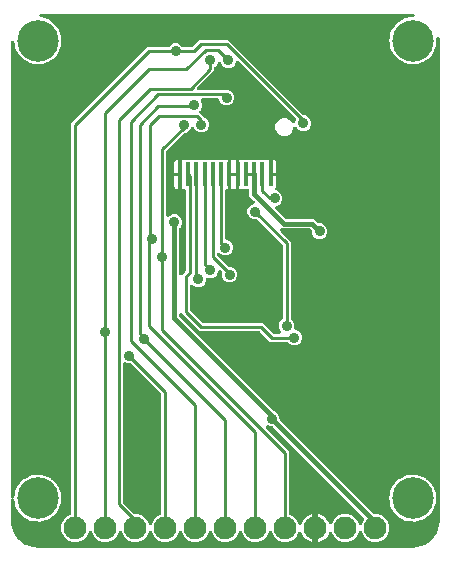
<source format=gbr>
G04 EAGLE Gerber RS-274X export*
G75*
%MOMM*%
%FSLAX34Y34*%
%LPD*%
%INBottom Copper*%
%IPPOS*%
%AMOC8*
5,1,8,0,0,1.08239X$1,22.5*%
G01*
%ADD10C,3.516000*%
%ADD11R,0.400000X2.000000*%
%ADD12C,1.930400*%
%ADD13C,0.906400*%
%ADD14C,0.254000*%
%ADD15C,0.406400*%

G36*
X317542Y2546D02*
X317542Y2546D01*
X317620Y2545D01*
X320957Y2808D01*
X321013Y2819D01*
X321070Y2821D01*
X321281Y2871D01*
X321299Y2875D01*
X321303Y2877D01*
X321308Y2878D01*
X327657Y4941D01*
X327763Y4989D01*
X327873Y5030D01*
X327937Y5069D01*
X327974Y5086D01*
X328009Y5113D01*
X328082Y5157D01*
X333482Y9081D01*
X333568Y9160D01*
X333660Y9232D01*
X333709Y9289D01*
X333739Y9317D01*
X333764Y9353D01*
X333819Y9418D01*
X337743Y14818D01*
X337800Y14920D01*
X337865Y15017D01*
X337894Y15086D01*
X337914Y15122D01*
X337927Y15165D01*
X337959Y15243D01*
X340022Y21592D01*
X340033Y21648D01*
X340053Y21701D01*
X340087Y21915D01*
X340091Y21933D01*
X340091Y21937D01*
X340092Y21943D01*
X340355Y25280D01*
X340353Y25323D01*
X340359Y25400D01*
X340359Y431800D01*
X340354Y431842D01*
X340355Y431920D01*
X340229Y433519D01*
X340207Y433632D01*
X340194Y433746D01*
X340173Y433802D01*
X340162Y433861D01*
X340115Y433966D01*
X340076Y434074D01*
X340043Y434124D01*
X340019Y434179D01*
X339949Y434270D01*
X339887Y434367D01*
X339844Y434408D01*
X339807Y434456D01*
X339719Y434529D01*
X339636Y434609D01*
X339585Y434640D01*
X339539Y434678D01*
X339436Y434729D01*
X339337Y434788D01*
X339280Y434806D01*
X339226Y434833D01*
X339115Y434859D01*
X339005Y434894D01*
X338946Y434899D01*
X338887Y434912D01*
X338772Y434913D01*
X338658Y434922D01*
X338599Y434913D01*
X338539Y434913D01*
X338427Y434887D01*
X338313Y434870D01*
X338257Y434848D01*
X338199Y434835D01*
X338096Y434784D01*
X337989Y434741D01*
X337940Y434707D01*
X337886Y434681D01*
X337797Y434608D01*
X337703Y434543D01*
X337663Y434498D01*
X337617Y434460D01*
X337547Y434369D01*
X337470Y434284D01*
X337441Y434231D01*
X337404Y434184D01*
X337357Y434079D01*
X337301Y433979D01*
X337285Y433921D01*
X337260Y433866D01*
X337238Y433754D01*
X337207Y433643D01*
X337200Y433566D01*
X337192Y433525D01*
X337192Y433462D01*
X337187Y433400D01*
X337187Y427615D01*
X334446Y421458D01*
X334441Y421443D01*
X334430Y421422D01*
X334096Y420616D01*
X334087Y420605D01*
X334077Y420586D01*
X334068Y420575D01*
X334050Y420537D01*
X333970Y420390D01*
X333783Y419970D01*
X330033Y416593D01*
X330013Y416570D01*
X329975Y416538D01*
X328610Y415173D01*
X328566Y415155D01*
X328447Y415089D01*
X328324Y415028D01*
X328287Y415000D01*
X328262Y414986D01*
X328224Y414952D01*
X328130Y414880D01*
X327563Y414370D01*
X323477Y413042D01*
X323439Y413024D01*
X323365Y413001D01*
X321401Y412187D01*
X321088Y412187D01*
X320972Y412174D01*
X320855Y412169D01*
X320782Y412152D01*
X320741Y412147D01*
X320699Y412132D01*
X320617Y412113D01*
X319604Y411784D01*
X315842Y412179D01*
X315792Y412178D01*
X315683Y412187D01*
X313599Y412187D01*
X313067Y412407D01*
X312974Y412434D01*
X312884Y412470D01*
X312779Y412490D01*
X312732Y412503D01*
X312698Y412505D01*
X312643Y412515D01*
X311281Y412658D01*
X308368Y414340D01*
X308326Y414358D01*
X308190Y414428D01*
X306390Y415173D01*
X305802Y415761D01*
X305742Y415809D01*
X305688Y415865D01*
X305566Y415949D01*
X305529Y415978D01*
X305511Y415986D01*
X305486Y416004D01*
X304033Y416843D01*
X302276Y419261D01*
X302268Y419270D01*
X302177Y419377D01*
X302164Y419395D01*
X302152Y419406D01*
X302120Y419443D01*
X300873Y420690D01*
X300459Y421690D01*
X300431Y421740D01*
X300412Y421794D01*
X300299Y421979D01*
X300290Y421995D01*
X300287Y421997D01*
X300284Y422002D01*
X299113Y423614D01*
X298564Y426199D01*
X298558Y426215D01*
X298556Y426232D01*
X298481Y426465D01*
X297887Y427899D01*
X297887Y429222D01*
X297883Y429259D01*
X297885Y429296D01*
X297854Y429539D01*
X297373Y431800D01*
X297854Y434061D01*
X297858Y434099D01*
X297868Y434134D01*
X297887Y434378D01*
X297887Y435701D01*
X298481Y437135D01*
X298486Y437152D01*
X298494Y437167D01*
X298564Y437401D01*
X299113Y439986D01*
X300284Y441598D01*
X300312Y441648D01*
X300348Y441692D01*
X300446Y441885D01*
X300455Y441901D01*
X300456Y441905D01*
X300459Y441910D01*
X300873Y442910D01*
X302120Y444157D01*
X302128Y444166D01*
X302276Y444339D01*
X304033Y446757D01*
X305486Y447596D01*
X305548Y447642D01*
X305616Y447680D01*
X305728Y447776D01*
X305766Y447804D01*
X305779Y447819D01*
X305802Y447839D01*
X306390Y448427D01*
X308190Y449172D01*
X308230Y449195D01*
X308368Y449260D01*
X311281Y450942D01*
X312643Y451085D01*
X312738Y451106D01*
X312834Y451117D01*
X312936Y451150D01*
X312984Y451161D01*
X313014Y451175D01*
X313067Y451193D01*
X313599Y451413D01*
X315683Y451413D01*
X315732Y451418D01*
X315842Y451421D01*
X317708Y451617D01*
X317743Y451625D01*
X317778Y451626D01*
X317913Y451663D01*
X318049Y451693D01*
X318080Y451708D01*
X318114Y451718D01*
X318237Y451784D01*
X318363Y451844D01*
X318390Y451866D01*
X318421Y451883D01*
X318526Y451975D01*
X318634Y452063D01*
X318656Y452091D01*
X318682Y452114D01*
X318763Y452228D01*
X318849Y452337D01*
X318864Y452369D01*
X318884Y452398D01*
X318937Y452527D01*
X318995Y452654D01*
X319003Y452688D01*
X319016Y452721D01*
X319038Y452858D01*
X319066Y452995D01*
X319065Y453030D01*
X319071Y453065D01*
X319061Y453203D01*
X319058Y453343D01*
X319049Y453377D01*
X319047Y453412D01*
X319005Y453546D01*
X318970Y453681D01*
X318954Y453712D01*
X318944Y453745D01*
X318873Y453865D01*
X318809Y453989D01*
X318786Y454016D01*
X318768Y454046D01*
X318672Y454148D01*
X318581Y454253D01*
X318552Y454274D01*
X318528Y454299D01*
X318412Y454376D01*
X318299Y454458D01*
X318267Y454472D01*
X318237Y454491D01*
X318107Y454539D01*
X317978Y454594D01*
X317943Y454600D01*
X317910Y454612D01*
X317752Y454637D01*
X317744Y454640D01*
X317732Y454641D01*
X317669Y454651D01*
X317619Y454655D01*
X317577Y454653D01*
X317500Y454659D01*
X2972Y454659D01*
X2863Y454647D01*
X2753Y454643D01*
X2690Y454627D01*
X2626Y454619D01*
X2522Y454582D01*
X2416Y454554D01*
X2359Y454524D01*
X2298Y454502D01*
X2205Y454442D01*
X2108Y454391D01*
X2059Y454348D01*
X2005Y454313D01*
X1928Y454234D01*
X1845Y454161D01*
X1808Y454109D01*
X1763Y454062D01*
X1706Y453968D01*
X1642Y453879D01*
X1617Y453819D01*
X1584Y453763D01*
X1550Y453658D01*
X1508Y453557D01*
X1497Y453493D01*
X1478Y453431D01*
X1469Y453322D01*
X1451Y453213D01*
X1455Y453148D01*
X1450Y453084D01*
X1466Y452975D01*
X1473Y452865D01*
X1492Y452803D01*
X1501Y452739D01*
X1542Y452637D01*
X1574Y452532D01*
X1606Y452475D01*
X1630Y452415D01*
X1693Y452325D01*
X1748Y452230D01*
X1792Y452182D01*
X1829Y452129D01*
X1911Y452055D01*
X1986Y451975D01*
X2040Y451939D01*
X2088Y451896D01*
X2184Y451842D01*
X2275Y451781D01*
X2354Y451749D01*
X2393Y451727D01*
X2432Y451716D01*
X2501Y451687D01*
X3117Y451487D01*
X3231Y451464D01*
X3344Y451432D01*
X3418Y451426D01*
X3459Y451418D01*
X3503Y451420D01*
X3588Y451413D01*
X3901Y451413D01*
X5865Y450599D01*
X5906Y450588D01*
X5977Y450558D01*
X10063Y449230D01*
X10630Y448720D01*
X10741Y448641D01*
X10848Y448556D01*
X10890Y448535D01*
X10914Y448518D01*
X10960Y448499D01*
X11066Y448445D01*
X11110Y448427D01*
X12475Y447061D01*
X12499Y447042D01*
X12533Y447007D01*
X16283Y443630D01*
X16470Y443210D01*
X16550Y443075D01*
X16584Y443014D01*
X16930Y442178D01*
X16938Y442164D01*
X16946Y442141D01*
X19687Y435985D01*
X19687Y427615D01*
X16946Y421459D01*
X16941Y421444D01*
X16930Y421422D01*
X16596Y420616D01*
X16587Y420605D01*
X16577Y420586D01*
X16568Y420575D01*
X16550Y420537D01*
X16470Y420390D01*
X16283Y419970D01*
X12533Y416593D01*
X12513Y416571D01*
X12475Y416538D01*
X11110Y415173D01*
X11066Y415155D01*
X10946Y415088D01*
X10824Y415028D01*
X10787Y415000D01*
X10762Y414986D01*
X10724Y414952D01*
X10630Y414880D01*
X10063Y414370D01*
X5977Y413042D01*
X5939Y413025D01*
X5865Y413001D01*
X3901Y412187D01*
X3588Y412187D01*
X3471Y412174D01*
X3355Y412169D01*
X3282Y412152D01*
X3241Y412147D01*
X3199Y412132D01*
X3117Y412113D01*
X2104Y411784D01*
X-1658Y412179D01*
X-1707Y412178D01*
X-1817Y412187D01*
X-3901Y412187D01*
X-4433Y412408D01*
X-4526Y412434D01*
X-4616Y412470D01*
X-4721Y412490D01*
X-4768Y412503D01*
X-4801Y412505D01*
X-4857Y412515D01*
X-6220Y412658D01*
X-9132Y414340D01*
X-9174Y414358D01*
X-9310Y414428D01*
X-11110Y415173D01*
X-11698Y415761D01*
X-11758Y415809D01*
X-11812Y415865D01*
X-11934Y415949D01*
X-11971Y415978D01*
X-11989Y415986D01*
X-12014Y416004D01*
X-13467Y416843D01*
X-15224Y419261D01*
X-15232Y419270D01*
X-15323Y419377D01*
X-15336Y419395D01*
X-15348Y419406D01*
X-15380Y419443D01*
X-16627Y420690D01*
X-17041Y421690D01*
X-17069Y421740D01*
X-17088Y421794D01*
X-17201Y421979D01*
X-17210Y421995D01*
X-17213Y421997D01*
X-17216Y422002D01*
X-18387Y423614D01*
X-18936Y426198D01*
X-18942Y426215D01*
X-18944Y426232D01*
X-19019Y426465D01*
X-19613Y427899D01*
X-19613Y429222D01*
X-19617Y429259D01*
X-19615Y429296D01*
X-19646Y429539D01*
X-19846Y430480D01*
X-19851Y430494D01*
X-19853Y430509D01*
X-19906Y430659D01*
X-19957Y430810D01*
X-19965Y430823D01*
X-19970Y430837D01*
X-20057Y430971D01*
X-20140Y431107D01*
X-20151Y431117D01*
X-20159Y431130D01*
X-20274Y431241D01*
X-20386Y431354D01*
X-20399Y431362D01*
X-20410Y431372D01*
X-20546Y431454D01*
X-20681Y431538D01*
X-20696Y431543D01*
X-20709Y431551D01*
X-20860Y431600D01*
X-21011Y431651D01*
X-21026Y431653D01*
X-21041Y431657D01*
X-21199Y431670D01*
X-21358Y431686D01*
X-21373Y431684D01*
X-21388Y431685D01*
X-21545Y431662D01*
X-21704Y431641D01*
X-21718Y431636D01*
X-21733Y431634D01*
X-21881Y431575D01*
X-22030Y431519D01*
X-22043Y431511D01*
X-22057Y431505D01*
X-22187Y431414D01*
X-22320Y431326D01*
X-22330Y431315D01*
X-22343Y431306D01*
X-22449Y431188D01*
X-22559Y431072D01*
X-22566Y431059D01*
X-22576Y431047D01*
X-22653Y430908D01*
X-22733Y430770D01*
X-22738Y430756D01*
X-22745Y430742D01*
X-22788Y430589D01*
X-22834Y430437D01*
X-22835Y430422D01*
X-22840Y430407D01*
X-22859Y430163D01*
X-22859Y46087D01*
X-22858Y46072D01*
X-22859Y46057D01*
X-22838Y45899D01*
X-22819Y45741D01*
X-22814Y45726D01*
X-22812Y45711D01*
X-22755Y45562D01*
X-22702Y45413D01*
X-22694Y45400D01*
X-22688Y45386D01*
X-22599Y45254D01*
X-22513Y45120D01*
X-22502Y45109D01*
X-22493Y45097D01*
X-22377Y44988D01*
X-22262Y44878D01*
X-22249Y44870D01*
X-22238Y44859D01*
X-22100Y44780D01*
X-21963Y44699D01*
X-21949Y44694D01*
X-21935Y44687D01*
X-21783Y44641D01*
X-21631Y44593D01*
X-21616Y44591D01*
X-21601Y44587D01*
X-21442Y44577D01*
X-21284Y44565D01*
X-21269Y44567D01*
X-21254Y44566D01*
X-21096Y44593D01*
X-20939Y44616D01*
X-20925Y44622D01*
X-20910Y44624D01*
X-20763Y44686D01*
X-20615Y44745D01*
X-20603Y44754D01*
X-20589Y44760D01*
X-20460Y44853D01*
X-20329Y44944D01*
X-20319Y44955D01*
X-20307Y44964D01*
X-20202Y45084D01*
X-20096Y45203D01*
X-20088Y45216D01*
X-20078Y45228D01*
X-20004Y45368D01*
X-19927Y45508D01*
X-19923Y45522D01*
X-19916Y45536D01*
X-19846Y45770D01*
X-19646Y46711D01*
X-19643Y46748D01*
X-19632Y46784D01*
X-19613Y47028D01*
X-19613Y48351D01*
X-19019Y49785D01*
X-19014Y49802D01*
X-19006Y49817D01*
X-18936Y50052D01*
X-18387Y52636D01*
X-17216Y54248D01*
X-17188Y54297D01*
X-17152Y54342D01*
X-17054Y54535D01*
X-17045Y54551D01*
X-17044Y54555D01*
X-17041Y54560D01*
X-16627Y55560D01*
X-15380Y56807D01*
X-15372Y56816D01*
X-15224Y56989D01*
X-13467Y59407D01*
X-12014Y60246D01*
X-11952Y60292D01*
X-11884Y60330D01*
X-11772Y60426D01*
X-11734Y60454D01*
X-11721Y60469D01*
X-11698Y60489D01*
X-11110Y61077D01*
X-9310Y61822D01*
X-9270Y61845D01*
X-9132Y61910D01*
X-6220Y63592D01*
X-4857Y63735D01*
X-4762Y63756D01*
X-4666Y63767D01*
X-4564Y63800D01*
X-4516Y63811D01*
X-4486Y63825D01*
X-4433Y63842D01*
X-3901Y64063D01*
X-1817Y64063D01*
X-1768Y64068D01*
X-1658Y64071D01*
X2104Y64466D01*
X3117Y64137D01*
X3231Y64114D01*
X3344Y64082D01*
X3418Y64076D01*
X3458Y64068D01*
X3503Y64070D01*
X3588Y64063D01*
X3901Y64063D01*
X5865Y63249D01*
X5906Y63238D01*
X5977Y63208D01*
X10063Y61880D01*
X10630Y61370D01*
X10741Y61291D01*
X10848Y61206D01*
X10890Y61185D01*
X10914Y61168D01*
X10960Y61149D01*
X11066Y61095D01*
X11110Y61077D01*
X12475Y59711D01*
X12499Y59692D01*
X12533Y59657D01*
X16283Y56280D01*
X16470Y55860D01*
X16550Y55725D01*
X16584Y55664D01*
X16930Y54828D01*
X16938Y54814D01*
X16946Y54791D01*
X19687Y48635D01*
X19687Y40265D01*
X16946Y34109D01*
X16941Y34094D01*
X16930Y34072D01*
X16596Y33266D01*
X16587Y33255D01*
X16577Y33236D01*
X16568Y33225D01*
X16550Y33187D01*
X16470Y33040D01*
X16283Y32620D01*
X12533Y29243D01*
X12513Y29221D01*
X12475Y29188D01*
X11110Y27823D01*
X11066Y27805D01*
X10946Y27738D01*
X10824Y27678D01*
X10787Y27650D01*
X10762Y27636D01*
X10724Y27602D01*
X10630Y27530D01*
X10063Y27020D01*
X5977Y25692D01*
X5939Y25675D01*
X5865Y25651D01*
X3901Y24837D01*
X3588Y24837D01*
X3471Y24824D01*
X3355Y24819D01*
X3282Y24802D01*
X3241Y24797D01*
X3199Y24782D01*
X3117Y24763D01*
X2104Y24434D01*
X-1658Y24829D01*
X-1707Y24828D01*
X-1817Y24837D01*
X-3901Y24837D01*
X-4433Y25058D01*
X-4526Y25084D01*
X-4616Y25120D01*
X-4721Y25140D01*
X-4768Y25153D01*
X-4801Y25155D01*
X-4857Y25165D01*
X-6220Y25308D01*
X-9132Y26990D01*
X-9174Y27008D01*
X-9310Y27078D01*
X-11110Y27823D01*
X-11698Y28411D01*
X-11758Y28459D01*
X-11812Y28515D01*
X-11934Y28599D01*
X-11971Y28628D01*
X-11989Y28636D01*
X-12014Y28654D01*
X-13467Y29493D01*
X-15224Y31911D01*
X-15232Y31920D01*
X-15380Y32093D01*
X-16627Y33340D01*
X-17041Y34340D01*
X-17069Y34390D01*
X-17088Y34444D01*
X-17201Y34629D01*
X-17210Y34645D01*
X-17213Y34647D01*
X-17216Y34652D01*
X-18387Y36264D01*
X-18936Y38848D01*
X-18942Y38865D01*
X-18944Y38882D01*
X-19019Y39115D01*
X-19613Y40549D01*
X-19613Y41872D01*
X-19617Y41909D01*
X-19615Y41946D01*
X-19646Y42189D01*
X-19846Y43130D01*
X-19851Y43144D01*
X-19853Y43159D01*
X-19906Y43309D01*
X-19957Y43460D01*
X-19965Y43473D01*
X-19970Y43487D01*
X-20057Y43621D01*
X-20140Y43757D01*
X-20151Y43767D01*
X-20159Y43780D01*
X-20273Y43891D01*
X-20386Y44004D01*
X-20399Y44012D01*
X-20410Y44022D01*
X-20546Y44104D01*
X-20681Y44189D01*
X-20696Y44193D01*
X-20709Y44201D01*
X-20860Y44250D01*
X-21011Y44301D01*
X-21026Y44303D01*
X-21041Y44307D01*
X-21199Y44320D01*
X-21358Y44336D01*
X-21373Y44334D01*
X-21388Y44335D01*
X-21545Y44312D01*
X-21704Y44291D01*
X-21718Y44286D01*
X-21733Y44284D01*
X-21881Y44225D01*
X-22030Y44169D01*
X-22043Y44161D01*
X-22057Y44155D01*
X-22187Y44064D01*
X-22320Y43976D01*
X-22330Y43965D01*
X-22343Y43956D01*
X-22449Y43838D01*
X-22559Y43722D01*
X-22566Y43709D01*
X-22576Y43697D01*
X-22653Y43558D01*
X-22733Y43420D01*
X-22738Y43406D01*
X-22745Y43392D01*
X-22788Y43239D01*
X-22834Y43087D01*
X-22835Y43072D01*
X-22840Y43057D01*
X-22859Y42813D01*
X-22859Y25400D01*
X-22855Y25365D01*
X-22858Y25337D01*
X-22855Y25317D01*
X-22855Y25281D01*
X-22592Y21943D01*
X-22581Y21887D01*
X-22579Y21830D01*
X-22529Y21619D01*
X-22525Y21601D01*
X-22523Y21597D01*
X-22522Y21592D01*
X-20459Y15243D01*
X-20411Y15137D01*
X-20370Y15027D01*
X-20331Y14963D01*
X-20314Y14926D01*
X-20287Y14891D01*
X-20243Y14818D01*
X-16319Y9418D01*
X-16240Y9332D01*
X-16168Y9240D01*
X-16111Y9191D01*
X-16083Y9161D01*
X-16047Y9136D01*
X-15982Y9081D01*
X-10582Y5157D01*
X-10480Y5100D01*
X-10383Y5035D01*
X-10314Y5006D01*
X-10278Y4986D01*
X-10235Y4973D01*
X-10157Y4941D01*
X-3808Y2878D01*
X-3752Y2867D01*
X-3699Y2847D01*
X-3485Y2813D01*
X-3467Y2809D01*
X-3463Y2809D01*
X-3457Y2808D01*
X-120Y2545D01*
X-77Y2547D01*
X0Y2541D01*
X317500Y2541D01*
X317542Y2546D01*
G37*
%LPC*%
G36*
X237449Y18074D02*
X237449Y18074D01*
X237446Y18100D01*
X237448Y18126D01*
X237426Y18273D01*
X237409Y18420D01*
X237401Y18445D01*
X237397Y18471D01*
X237342Y18608D01*
X237292Y18748D01*
X237278Y18770D01*
X237268Y18795D01*
X237183Y18916D01*
X237103Y19041D01*
X237090Y19053D01*
X237135Y19100D01*
X237149Y19123D01*
X237166Y19142D01*
X237238Y19272D01*
X237314Y19399D01*
X237322Y19424D01*
X237335Y19447D01*
X237375Y19590D01*
X237420Y19731D01*
X237422Y19757D01*
X237430Y19782D01*
X237449Y20026D01*
X237449Y30999D01*
X237805Y30943D01*
X239630Y30349D01*
X241340Y29478D01*
X242893Y28350D01*
X244250Y26993D01*
X245378Y25440D01*
X246249Y23731D01*
X246465Y23068D01*
X246531Y22923D01*
X246595Y22776D01*
X246603Y22765D01*
X246609Y22751D01*
X246707Y22625D01*
X246803Y22497D01*
X246814Y22487D01*
X246823Y22476D01*
X246947Y22374D01*
X247069Y22271D01*
X247082Y22265D01*
X247093Y22256D01*
X247236Y22186D01*
X247379Y22113D01*
X247393Y22109D01*
X247406Y22103D01*
X247561Y22067D01*
X247717Y22029D01*
X247732Y22028D01*
X247746Y22025D01*
X247905Y22026D01*
X248066Y22023D01*
X248080Y22027D01*
X248094Y22027D01*
X248250Y22064D01*
X248406Y22098D01*
X248419Y22104D01*
X248433Y22107D01*
X248577Y22179D01*
X248721Y22248D01*
X248732Y22257D01*
X248745Y22263D01*
X248868Y22365D01*
X248993Y22465D01*
X249002Y22476D01*
X249013Y22486D01*
X249110Y22613D01*
X249209Y22738D01*
X249217Y22754D01*
X249224Y22763D01*
X249240Y22798D01*
X249321Y22956D01*
X250444Y25669D01*
X253731Y28956D01*
X258026Y30735D01*
X262674Y30735D01*
X266969Y28956D01*
X270256Y25669D01*
X271643Y22321D01*
X271691Y22233D01*
X271732Y22141D01*
X271776Y22081D01*
X271812Y22016D01*
X271879Y21942D01*
X271939Y21861D01*
X271996Y21813D01*
X272046Y21758D01*
X272129Y21701D01*
X272205Y21636D01*
X272272Y21602D01*
X272333Y21560D01*
X272426Y21523D01*
X272516Y21477D01*
X272588Y21459D01*
X272657Y21432D01*
X272756Y21417D01*
X272854Y21393D01*
X272928Y21392D01*
X273002Y21381D01*
X273102Y21389D01*
X273202Y21388D01*
X273275Y21404D01*
X273349Y21410D01*
X273445Y21441D01*
X273543Y21462D01*
X273610Y21494D01*
X273681Y21517D01*
X273767Y21569D01*
X273858Y21612D01*
X273916Y21658D01*
X273979Y21697D01*
X274052Y21767D01*
X274130Y21829D01*
X274176Y21888D01*
X274229Y21940D01*
X274284Y22024D01*
X274346Y22103D01*
X274392Y22192D01*
X274418Y22233D01*
X274430Y22267D01*
X274457Y22321D01*
X275844Y25669D01*
X276076Y25901D01*
X276093Y25922D01*
X276113Y25939D01*
X276201Y26058D01*
X276293Y26174D01*
X276304Y26198D01*
X276320Y26219D01*
X276379Y26355D01*
X276442Y26489D01*
X276447Y26515D01*
X276458Y26539D01*
X276484Y26685D01*
X276515Y26830D01*
X276515Y26856D01*
X276519Y26882D01*
X276512Y27030D01*
X276509Y27178D01*
X276503Y27204D01*
X276502Y27230D01*
X276460Y27372D01*
X276424Y27516D01*
X276412Y27540D01*
X276405Y27565D01*
X276333Y27694D01*
X276265Y27826D01*
X276248Y27846D01*
X276235Y27869D01*
X276076Y28055D01*
X199382Y104749D01*
X199283Y104828D01*
X199190Y104912D01*
X199147Y104936D01*
X199109Y104966D01*
X198995Y105020D01*
X198885Y105081D01*
X198838Y105094D01*
X198794Y105115D01*
X198671Y105141D01*
X198549Y105176D01*
X198488Y105181D01*
X198454Y105188D01*
X198406Y105187D01*
X198305Y105195D01*
X196814Y105195D01*
X194946Y105969D01*
X194898Y105983D01*
X194852Y106004D01*
X194731Y106030D01*
X194611Y106065D01*
X194561Y106067D01*
X194511Y106078D01*
X194387Y106076D01*
X194263Y106082D01*
X194213Y106073D01*
X194163Y106072D01*
X194043Y106041D01*
X193920Y106019D01*
X193874Y105999D01*
X193825Y105987D01*
X193714Y105930D01*
X193600Y105880D01*
X193560Y105850D01*
X193515Y105827D01*
X193420Y105746D01*
X193321Y105672D01*
X193288Y105634D01*
X193250Y105601D01*
X193176Y105501D01*
X193096Y105406D01*
X193073Y105362D01*
X193043Y105321D01*
X192993Y105207D01*
X192937Y105096D01*
X192925Y105047D01*
X192905Y105001D01*
X192883Y104879D01*
X192853Y104758D01*
X192852Y104708D01*
X192843Y104658D01*
X192849Y104534D01*
X192848Y104409D01*
X192858Y104360D01*
X192861Y104310D01*
X192895Y104190D01*
X192922Y104069D01*
X192944Y104023D01*
X192957Y103975D01*
X193018Y103867D01*
X193072Y103754D01*
X193103Y103715D01*
X193128Y103671D01*
X193286Y103485D01*
X212853Y83918D01*
X212853Y31347D01*
X212861Y31271D01*
X212860Y31195D01*
X212881Y31099D01*
X212893Y31001D01*
X212918Y30929D01*
X212935Y30854D01*
X212977Y30766D01*
X213010Y30673D01*
X213052Y30609D01*
X213084Y30540D01*
X213146Y30463D01*
X213199Y30380D01*
X213254Y30327D01*
X213302Y30267D01*
X213379Y30206D01*
X213450Y30138D01*
X213515Y30099D01*
X213575Y30051D01*
X213708Y29983D01*
X213749Y29959D01*
X213767Y29953D01*
X213793Y29940D01*
X216169Y28956D01*
X219456Y25669D01*
X220579Y22956D01*
X220657Y22816D01*
X220732Y22675D01*
X220742Y22664D01*
X220749Y22652D01*
X220856Y22533D01*
X220961Y22413D01*
X220973Y22404D01*
X220983Y22393D01*
X221114Y22303D01*
X221244Y22209D01*
X221258Y22204D01*
X221270Y22195D01*
X221419Y22136D01*
X221566Y22075D01*
X221580Y22073D01*
X221594Y22067D01*
X221752Y22044D01*
X221910Y22018D01*
X221924Y22019D01*
X221939Y22017D01*
X222098Y22030D01*
X222258Y22040D01*
X222271Y22044D01*
X222286Y22046D01*
X222439Y22095D01*
X222591Y22141D01*
X222604Y22148D01*
X222618Y22153D01*
X222755Y22236D01*
X222893Y22315D01*
X222904Y22325D01*
X222916Y22332D01*
X223031Y22444D01*
X223148Y22553D01*
X223156Y22565D01*
X223166Y22575D01*
X223253Y22710D01*
X223341Y22843D01*
X223348Y22859D01*
X223354Y22868D01*
X223367Y22905D01*
X223435Y23068D01*
X223651Y23731D01*
X224522Y25440D01*
X225650Y26993D01*
X227007Y28350D01*
X228560Y29478D01*
X230270Y30349D01*
X232095Y30943D01*
X232451Y30999D01*
X232451Y20026D01*
X232454Y20000D01*
X232452Y19974D01*
X232474Y19827D01*
X232491Y19680D01*
X232499Y19655D01*
X232503Y19629D01*
X232558Y19492D01*
X232608Y19352D01*
X232622Y19330D01*
X232632Y19305D01*
X232717Y19184D01*
X232797Y19059D01*
X232810Y19047D01*
X232765Y19000D01*
X232751Y18977D01*
X232734Y18958D01*
X232662Y18828D01*
X232586Y18701D01*
X232578Y18676D01*
X232565Y18653D01*
X232525Y18510D01*
X232480Y18369D01*
X232477Y18343D01*
X232470Y18318D01*
X232451Y18074D01*
X232451Y7101D01*
X232095Y7157D01*
X230270Y7751D01*
X228560Y8622D01*
X227007Y9750D01*
X225650Y11107D01*
X224522Y12660D01*
X223651Y14369D01*
X223435Y15032D01*
X223369Y15177D01*
X223305Y15324D01*
X223297Y15335D01*
X223291Y15349D01*
X223193Y15475D01*
X223097Y15603D01*
X223086Y15613D01*
X223077Y15624D01*
X222953Y15726D01*
X222831Y15829D01*
X222818Y15835D01*
X222807Y15844D01*
X222664Y15914D01*
X222521Y15987D01*
X222507Y15991D01*
X222494Y15997D01*
X222339Y16033D01*
X222183Y16071D01*
X222168Y16072D01*
X222154Y16075D01*
X221995Y16074D01*
X221834Y16077D01*
X221820Y16073D01*
X221806Y16073D01*
X221650Y16036D01*
X221494Y16002D01*
X221481Y15996D01*
X221467Y15993D01*
X221323Y15921D01*
X221179Y15852D01*
X221168Y15843D01*
X221155Y15837D01*
X221032Y15735D01*
X220907Y15635D01*
X220898Y15624D01*
X220887Y15614D01*
X220790Y15487D01*
X220691Y15362D01*
X220683Y15346D01*
X220676Y15337D01*
X220660Y15302D01*
X220579Y15144D01*
X219456Y12431D01*
X216169Y9144D01*
X211874Y7365D01*
X207226Y7365D01*
X202931Y9144D01*
X199644Y12431D01*
X198257Y15779D01*
X198209Y15867D01*
X198169Y15959D01*
X198124Y16019D01*
X198088Y16084D01*
X198021Y16158D01*
X197961Y16239D01*
X197904Y16287D01*
X197854Y16342D01*
X197771Y16399D01*
X197695Y16464D01*
X197628Y16498D01*
X197567Y16540D01*
X197474Y16577D01*
X197384Y16623D01*
X197312Y16641D01*
X197243Y16668D01*
X197143Y16683D01*
X197046Y16707D01*
X196972Y16708D01*
X196898Y16719D01*
X196798Y16711D01*
X196698Y16712D01*
X196625Y16696D01*
X196551Y16690D01*
X196455Y16659D01*
X196357Y16638D01*
X196290Y16606D01*
X196219Y16583D01*
X196133Y16531D01*
X196042Y16488D01*
X195984Y16442D01*
X195921Y16403D01*
X195848Y16333D01*
X195770Y16271D01*
X195724Y16212D01*
X195671Y16160D01*
X195616Y16076D01*
X195554Y15997D01*
X195508Y15908D01*
X195482Y15867D01*
X195470Y15833D01*
X195443Y15779D01*
X194056Y12431D01*
X190769Y9144D01*
X186474Y7365D01*
X181826Y7365D01*
X177531Y9144D01*
X174244Y12431D01*
X172857Y15779D01*
X172809Y15867D01*
X172769Y15959D01*
X172724Y16019D01*
X172688Y16084D01*
X172621Y16158D01*
X172561Y16239D01*
X172504Y16287D01*
X172454Y16342D01*
X172371Y16399D01*
X172295Y16464D01*
X172228Y16498D01*
X172167Y16540D01*
X172074Y16577D01*
X171984Y16623D01*
X171912Y16641D01*
X171843Y16668D01*
X171743Y16683D01*
X171646Y16707D01*
X171572Y16708D01*
X171498Y16719D01*
X171398Y16711D01*
X171298Y16712D01*
X171225Y16696D01*
X171151Y16690D01*
X171055Y16659D01*
X170957Y16638D01*
X170890Y16606D01*
X170819Y16583D01*
X170733Y16531D01*
X170642Y16488D01*
X170584Y16442D01*
X170521Y16403D01*
X170448Y16333D01*
X170370Y16271D01*
X170324Y16212D01*
X170271Y16160D01*
X170216Y16076D01*
X170154Y15997D01*
X170108Y15908D01*
X170082Y15867D01*
X170070Y15833D01*
X170043Y15779D01*
X168656Y12431D01*
X165369Y9144D01*
X161074Y7365D01*
X156426Y7365D01*
X152131Y9144D01*
X148844Y12431D01*
X147457Y15779D01*
X147409Y15867D01*
X147369Y15959D01*
X147324Y16019D01*
X147288Y16084D01*
X147221Y16158D01*
X147161Y16239D01*
X147104Y16287D01*
X147054Y16342D01*
X146971Y16399D01*
X146895Y16464D01*
X146828Y16498D01*
X146767Y16540D01*
X146674Y16577D01*
X146584Y16623D01*
X146512Y16641D01*
X146443Y16668D01*
X146343Y16683D01*
X146246Y16707D01*
X146172Y16708D01*
X146098Y16719D01*
X145998Y16711D01*
X145898Y16712D01*
X145825Y16696D01*
X145751Y16690D01*
X145655Y16659D01*
X145557Y16638D01*
X145490Y16606D01*
X145419Y16583D01*
X145333Y16531D01*
X145242Y16488D01*
X145184Y16442D01*
X145121Y16403D01*
X145048Y16333D01*
X144970Y16271D01*
X144924Y16212D01*
X144871Y16160D01*
X144816Y16076D01*
X144754Y15997D01*
X144708Y15908D01*
X144682Y15867D01*
X144670Y15833D01*
X144643Y15779D01*
X143256Y12431D01*
X139969Y9144D01*
X135674Y7365D01*
X131026Y7365D01*
X126731Y9144D01*
X123444Y12431D01*
X122057Y15779D01*
X122009Y15867D01*
X121969Y15959D01*
X121924Y16019D01*
X121888Y16084D01*
X121821Y16158D01*
X121761Y16239D01*
X121704Y16287D01*
X121654Y16342D01*
X121571Y16399D01*
X121495Y16464D01*
X121428Y16498D01*
X121367Y16540D01*
X121274Y16577D01*
X121184Y16623D01*
X121112Y16641D01*
X121043Y16668D01*
X120943Y16683D01*
X120846Y16707D01*
X120772Y16708D01*
X120698Y16719D01*
X120598Y16711D01*
X120498Y16712D01*
X120425Y16696D01*
X120351Y16690D01*
X120255Y16659D01*
X120157Y16638D01*
X120090Y16606D01*
X120019Y16583D01*
X119933Y16531D01*
X119842Y16488D01*
X119784Y16442D01*
X119721Y16403D01*
X119648Y16333D01*
X119570Y16271D01*
X119524Y16212D01*
X119471Y16160D01*
X119416Y16076D01*
X119354Y15997D01*
X119308Y15908D01*
X119282Y15867D01*
X119270Y15833D01*
X119243Y15779D01*
X117856Y12431D01*
X114569Y9144D01*
X110274Y7365D01*
X105626Y7365D01*
X101331Y9144D01*
X98044Y12431D01*
X96657Y15779D01*
X96609Y15867D01*
X96569Y15959D01*
X96524Y16019D01*
X96488Y16084D01*
X96421Y16158D01*
X96361Y16239D01*
X96304Y16287D01*
X96254Y16342D01*
X96171Y16399D01*
X96095Y16464D01*
X96028Y16498D01*
X95967Y16540D01*
X95874Y16577D01*
X95784Y16623D01*
X95712Y16641D01*
X95643Y16668D01*
X95543Y16683D01*
X95446Y16707D01*
X95372Y16708D01*
X95298Y16719D01*
X95198Y16711D01*
X95098Y16712D01*
X95025Y16696D01*
X94951Y16690D01*
X94855Y16659D01*
X94757Y16638D01*
X94690Y16606D01*
X94619Y16583D01*
X94533Y16531D01*
X94442Y16488D01*
X94384Y16442D01*
X94321Y16403D01*
X94248Y16333D01*
X94170Y16271D01*
X94124Y16212D01*
X94071Y16160D01*
X94016Y16076D01*
X93954Y15997D01*
X93908Y15908D01*
X93882Y15867D01*
X93870Y15833D01*
X93843Y15779D01*
X92456Y12431D01*
X89169Y9144D01*
X84874Y7365D01*
X80226Y7365D01*
X75931Y9144D01*
X72644Y12431D01*
X71257Y15779D01*
X71209Y15867D01*
X71169Y15959D01*
X71124Y16019D01*
X71088Y16084D01*
X71021Y16158D01*
X70961Y16239D01*
X70904Y16287D01*
X70854Y16342D01*
X70771Y16399D01*
X70695Y16464D01*
X70628Y16498D01*
X70567Y16540D01*
X70474Y16577D01*
X70384Y16623D01*
X70312Y16641D01*
X70243Y16668D01*
X70143Y16683D01*
X70046Y16707D01*
X69972Y16708D01*
X69898Y16719D01*
X69798Y16711D01*
X69698Y16712D01*
X69625Y16696D01*
X69551Y16690D01*
X69455Y16659D01*
X69357Y16638D01*
X69290Y16606D01*
X69219Y16583D01*
X69133Y16531D01*
X69042Y16488D01*
X68984Y16442D01*
X68921Y16403D01*
X68848Y16333D01*
X68770Y16271D01*
X68724Y16212D01*
X68671Y16160D01*
X68616Y16076D01*
X68554Y15997D01*
X68508Y15908D01*
X68482Y15867D01*
X68470Y15833D01*
X68443Y15779D01*
X67056Y12431D01*
X63769Y9144D01*
X59474Y7365D01*
X54826Y7365D01*
X50531Y9144D01*
X47244Y12431D01*
X45857Y15779D01*
X45809Y15867D01*
X45769Y15959D01*
X45724Y16019D01*
X45688Y16084D01*
X45621Y16158D01*
X45561Y16239D01*
X45504Y16287D01*
X45454Y16342D01*
X45371Y16399D01*
X45295Y16464D01*
X45228Y16498D01*
X45167Y16540D01*
X45074Y16577D01*
X44984Y16623D01*
X44912Y16641D01*
X44843Y16668D01*
X44743Y16683D01*
X44646Y16707D01*
X44572Y16708D01*
X44498Y16719D01*
X44398Y16711D01*
X44298Y16712D01*
X44225Y16696D01*
X44151Y16690D01*
X44055Y16659D01*
X43957Y16638D01*
X43890Y16606D01*
X43819Y16583D01*
X43733Y16531D01*
X43642Y16488D01*
X43584Y16442D01*
X43521Y16403D01*
X43448Y16333D01*
X43370Y16271D01*
X43324Y16212D01*
X43271Y16160D01*
X43216Y16076D01*
X43154Y15997D01*
X43108Y15908D01*
X43082Y15867D01*
X43070Y15833D01*
X43043Y15779D01*
X41656Y12431D01*
X38369Y9144D01*
X34074Y7365D01*
X29426Y7365D01*
X25131Y9144D01*
X21844Y12431D01*
X20065Y16726D01*
X20065Y21374D01*
X21844Y25669D01*
X25131Y28956D01*
X27507Y29940D01*
X27574Y29977D01*
X27645Y30005D01*
X27726Y30061D01*
X27812Y30109D01*
X27868Y30161D01*
X27931Y30204D01*
X27997Y30277D01*
X28070Y30343D01*
X28113Y30406D01*
X28164Y30463D01*
X28212Y30549D01*
X28268Y30630D01*
X28296Y30701D01*
X28333Y30768D01*
X28360Y30863D01*
X28396Y30954D01*
X28407Y31030D01*
X28428Y31103D01*
X28440Y31252D01*
X28447Y31299D01*
X28445Y31318D01*
X28447Y31347D01*
X28447Y362048D01*
X90231Y423832D01*
X92612Y426213D01*
X110228Y426213D01*
X110353Y426227D01*
X110480Y426234D01*
X110526Y426247D01*
X110574Y426253D01*
X110693Y426295D01*
X110815Y426330D01*
X110857Y426354D01*
X110902Y426370D01*
X111008Y426439D01*
X111119Y426500D01*
X111165Y426540D01*
X111195Y426559D01*
X111229Y426594D01*
X111305Y426659D01*
X113121Y428475D01*
X115534Y429475D01*
X118146Y429475D01*
X120559Y428475D01*
X122375Y426659D01*
X122474Y426580D01*
X122568Y426496D01*
X122610Y426472D01*
X122648Y426442D01*
X122762Y426388D01*
X122873Y426327D01*
X122919Y426314D01*
X122963Y426293D01*
X123087Y426267D01*
X123208Y426232D01*
X123269Y426227D01*
X123304Y426220D01*
X123352Y426221D01*
X123452Y426213D01*
X129965Y426213D01*
X130091Y426227D01*
X130217Y426234D01*
X130263Y426247D01*
X130311Y426253D01*
X130430Y426295D01*
X130552Y426330D01*
X130594Y426354D01*
X130640Y426370D01*
X130746Y426439D01*
X130856Y426500D01*
X130902Y426540D01*
X130932Y426559D01*
X130966Y426594D01*
X131042Y426659D01*
X136946Y432563D01*
X161388Y432563D01*
X224990Y368961D01*
X225089Y368882D01*
X225183Y368798D01*
X225225Y368774D01*
X225263Y368744D01*
X225377Y368690D01*
X225488Y368629D01*
X225534Y368616D01*
X225578Y368595D01*
X225701Y368569D01*
X225823Y368534D01*
X225884Y368529D01*
X225919Y368522D01*
X225967Y368523D01*
X226067Y368515D01*
X226096Y368515D01*
X228509Y367515D01*
X230355Y365669D01*
X231355Y363256D01*
X231355Y360644D01*
X230355Y358231D01*
X228509Y356385D01*
X226096Y355385D01*
X223484Y355385D01*
X221071Y356385D01*
X219225Y358231D01*
X219221Y358239D01*
X219197Y358284D01*
X219180Y358331D01*
X219112Y358436D01*
X219052Y358544D01*
X219018Y358581D01*
X218991Y358624D01*
X218901Y358710D01*
X218818Y358802D01*
X218777Y358831D01*
X218740Y358866D01*
X218633Y358930D01*
X218531Y359001D01*
X218484Y359019D01*
X218441Y359045D01*
X218323Y359083D01*
X218207Y359128D01*
X218157Y359136D01*
X218109Y359151D01*
X217985Y359161D01*
X217862Y359179D01*
X217812Y359175D01*
X217762Y359179D01*
X217639Y359161D01*
X217515Y359150D01*
X217467Y359135D01*
X217417Y359127D01*
X217302Y359081D01*
X217183Y359043D01*
X217140Y359017D01*
X217093Y358999D01*
X216991Y358928D01*
X216885Y358864D01*
X216848Y358829D01*
X216807Y358800D01*
X216724Y358708D01*
X216635Y358621D01*
X216607Y358578D01*
X216574Y358541D01*
X216513Y358432D01*
X216446Y358328D01*
X216430Y358280D01*
X216405Y358236D01*
X216371Y358116D01*
X216330Y357999D01*
X216324Y357949D01*
X216310Y357901D01*
X216291Y357657D01*
X216291Y357100D01*
X215143Y354328D01*
X213022Y352207D01*
X210250Y351059D01*
X207250Y351059D01*
X204478Y352207D01*
X202357Y354328D01*
X201209Y357100D01*
X201209Y360100D01*
X202357Y362872D01*
X204478Y364993D01*
X207250Y366141D01*
X210250Y366141D01*
X213022Y364993D01*
X215143Y362872D01*
X215295Y362505D01*
X215319Y362461D01*
X215336Y362413D01*
X215404Y362308D01*
X215464Y362200D01*
X215498Y362163D01*
X215525Y362120D01*
X215615Y362034D01*
X215698Y361942D01*
X215740Y361913D01*
X215776Y361878D01*
X215882Y361814D01*
X215985Y361744D01*
X216032Y361725D01*
X216075Y361699D01*
X216193Y361661D01*
X216309Y361616D01*
X216359Y361608D01*
X216407Y361593D01*
X216531Y361583D01*
X216654Y361565D01*
X216704Y361569D01*
X216754Y361565D01*
X216877Y361583D01*
X217001Y361594D01*
X217049Y361609D01*
X217099Y361617D01*
X217214Y361663D01*
X217333Y361701D01*
X217376Y361727D01*
X217423Y361745D01*
X217525Y361816D01*
X217631Y361881D01*
X217668Y361916D01*
X217709Y361944D01*
X217792Y362037D01*
X217881Y362123D01*
X217909Y362166D01*
X217942Y362203D01*
X218002Y362312D01*
X218070Y362417D01*
X218087Y362464D01*
X218111Y362508D01*
X218145Y362628D01*
X218186Y362745D01*
X218192Y362795D01*
X218206Y362844D01*
X218225Y363087D01*
X218225Y363256D01*
X218752Y364527D01*
X218773Y364601D01*
X218803Y364671D01*
X218821Y364768D01*
X218821Y364770D01*
X218824Y364779D01*
X218824Y364781D01*
X218848Y364863D01*
X218851Y364939D01*
X218865Y365014D01*
X218860Y365112D01*
X218865Y365211D01*
X218851Y365286D01*
X218847Y365362D01*
X218820Y365457D01*
X218802Y365553D01*
X218772Y365624D01*
X218750Y365697D01*
X218702Y365783D01*
X218663Y365873D01*
X218618Y365934D01*
X218580Y366001D01*
X218484Y366115D01*
X218455Y366153D01*
X218441Y366165D01*
X218422Y366187D01*
X170278Y414331D01*
X170161Y414424D01*
X170046Y414522D01*
X170024Y414533D01*
X170005Y414548D01*
X169869Y414612D01*
X169735Y414680D01*
X169712Y414686D01*
X169690Y414697D01*
X169543Y414728D01*
X169397Y414765D01*
X169373Y414765D01*
X169349Y414770D01*
X169200Y414767D01*
X169049Y414770D01*
X169025Y414764D01*
X169001Y414764D01*
X168855Y414727D01*
X168708Y414695D01*
X168686Y414685D01*
X168663Y414679D01*
X168529Y414610D01*
X168394Y414546D01*
X168375Y414531D01*
X168353Y414519D01*
X168238Y414422D01*
X168121Y414328D01*
X168106Y414309D01*
X168088Y414294D01*
X167998Y414173D01*
X167905Y414055D01*
X167892Y414029D01*
X167881Y414013D01*
X167862Y413970D01*
X167794Y413837D01*
X166855Y411571D01*
X165009Y409725D01*
X162596Y408725D01*
X159984Y408725D01*
X157571Y409725D01*
X155725Y411571D01*
X155077Y413134D01*
X155028Y413222D01*
X154988Y413314D01*
X154944Y413374D01*
X154908Y413439D01*
X154841Y413513D01*
X154781Y413594D01*
X154724Y413642D01*
X154674Y413697D01*
X154591Y413754D01*
X154515Y413819D01*
X154448Y413853D01*
X154387Y413895D01*
X154294Y413932D01*
X154204Y413978D01*
X154132Y413996D01*
X154063Y414023D01*
X153964Y414038D01*
X153866Y414062D01*
X153792Y414063D01*
X153718Y414074D01*
X153618Y414066D01*
X153518Y414067D01*
X153445Y414051D01*
X153371Y414045D01*
X153275Y414014D01*
X153177Y413993D01*
X153110Y413961D01*
X153039Y413938D01*
X152953Y413886D01*
X152862Y413843D01*
X152804Y413797D01*
X152741Y413758D01*
X152669Y413688D01*
X152590Y413626D01*
X152544Y413567D01*
X152491Y413515D01*
X152436Y413431D01*
X152374Y413352D01*
X152328Y413263D01*
X152302Y413222D01*
X152290Y413188D01*
X152263Y413134D01*
X151615Y411571D01*
X149799Y409755D01*
X149720Y409656D01*
X149636Y409562D01*
X149612Y409520D01*
X149582Y409482D01*
X149528Y409368D01*
X149467Y409257D01*
X149454Y409210D01*
X149433Y409167D01*
X149407Y409043D01*
X149372Y408922D01*
X149367Y408861D01*
X149360Y408826D01*
X149361Y408778D01*
X149353Y408678D01*
X149353Y406302D01*
X135248Y392197D01*
X135185Y392119D01*
X135116Y392046D01*
X135077Y391982D01*
X135031Y391924D01*
X134988Y391833D01*
X134937Y391747D01*
X134914Y391676D01*
X134882Y391609D01*
X134861Y391511D01*
X134831Y391415D01*
X134825Y391341D01*
X134809Y391268D01*
X134811Y391168D01*
X134803Y391068D01*
X134814Y390994D01*
X134815Y390920D01*
X134839Y390823D01*
X134854Y390723D01*
X134882Y390654D01*
X134900Y390582D01*
X134946Y390492D01*
X134983Y390399D01*
X135025Y390338D01*
X135060Y390272D01*
X135125Y390195D01*
X135182Y390113D01*
X135237Y390063D01*
X135285Y390007D01*
X135366Y389947D01*
X135441Y389880D01*
X135506Y389844D01*
X135566Y389799D01*
X135658Y389760D01*
X135746Y389711D01*
X135817Y389691D01*
X135886Y389661D01*
X135984Y389644D01*
X136081Y389616D01*
X136181Y389608D01*
X136229Y389600D01*
X136264Y389602D01*
X136325Y389597D01*
X157185Y389597D01*
X157187Y389597D01*
X157189Y389597D01*
X157360Y389617D01*
X157531Y389637D01*
X157533Y389637D01*
X157535Y389638D01*
X157768Y389713D01*
X158714Y390105D01*
X161326Y390105D01*
X163739Y389105D01*
X165585Y387259D01*
X166585Y384846D01*
X166585Y382234D01*
X165585Y379821D01*
X163739Y377975D01*
X161326Y376975D01*
X158714Y376975D01*
X156301Y377975D01*
X154455Y379821D01*
X153531Y382051D01*
X153494Y382118D01*
X153466Y382189D01*
X153410Y382269D01*
X153362Y382356D01*
X153310Y382412D01*
X153267Y382475D01*
X153194Y382541D01*
X153128Y382614D01*
X153065Y382657D01*
X153008Y382708D01*
X152922Y382756D01*
X152841Y382812D01*
X152770Y382840D01*
X152703Y382877D01*
X152608Y382904D01*
X152517Y382940D01*
X152441Y382951D01*
X152368Y382972D01*
X152219Y382984D01*
X152172Y382991D01*
X152153Y382989D01*
X152124Y382991D01*
X139382Y382991D01*
X139233Y382974D01*
X139083Y382962D01*
X139060Y382954D01*
X139036Y382951D01*
X138895Y382901D01*
X138752Y382855D01*
X138731Y382842D01*
X138708Y382834D01*
X138582Y382752D01*
X138453Y382675D01*
X138436Y382658D01*
X138415Y382645D01*
X138310Y382536D01*
X138203Y382432D01*
X138190Y382412D01*
X138173Y382394D01*
X138096Y382265D01*
X138015Y382139D01*
X138007Y382116D01*
X137994Y382095D01*
X137948Y381952D01*
X137898Y381810D01*
X137895Y381786D01*
X137888Y381763D01*
X137876Y381614D01*
X137859Y381464D01*
X137862Y381440D01*
X137860Y381416D01*
X137882Y381267D01*
X137900Y381118D01*
X137909Y381090D01*
X137912Y381071D01*
X137929Y381027D01*
X137975Y380885D01*
X138965Y378496D01*
X138965Y375884D01*
X137965Y373471D01*
X137119Y372625D01*
X137103Y372605D01*
X137083Y372588D01*
X136995Y372469D01*
X136903Y372352D01*
X136892Y372329D01*
X136876Y372308D01*
X136817Y372172D01*
X136754Y372037D01*
X136748Y372012D01*
X136738Y371988D01*
X136712Y371841D01*
X136681Y371697D01*
X136681Y371671D01*
X136676Y371645D01*
X136684Y371496D01*
X136687Y371348D01*
X136693Y371323D01*
X136694Y371297D01*
X136735Y371154D01*
X136772Y371010D01*
X136784Y370987D01*
X136791Y370962D01*
X136863Y370832D01*
X136931Y370700D01*
X136948Y370680D01*
X136961Y370658D01*
X137119Y370471D01*
X138369Y369222D01*
X140563Y367028D01*
X140565Y367026D01*
X140566Y367025D01*
X140678Y366936D01*
X140740Y366880D01*
X140769Y366865D01*
X140836Y366811D01*
X140838Y366810D01*
X140840Y366809D01*
X141057Y366697D01*
X142149Y366245D01*
X143995Y364399D01*
X144995Y361986D01*
X144995Y359374D01*
X143995Y356961D01*
X142149Y355115D01*
X139736Y354115D01*
X137124Y354115D01*
X134711Y355115D01*
X132865Y356961D01*
X132462Y357933D01*
X132413Y358021D01*
X132373Y358113D01*
X132329Y358173D01*
X132293Y358238D01*
X132225Y358312D01*
X132166Y358393D01*
X132109Y358441D01*
X132059Y358496D01*
X131976Y358553D01*
X131899Y358618D01*
X131833Y358652D01*
X131772Y358694D01*
X131679Y358731D01*
X131589Y358777D01*
X131517Y358795D01*
X131448Y358822D01*
X131348Y358836D01*
X131251Y358861D01*
X131177Y358862D01*
X131103Y358873D01*
X131003Y358864D01*
X130903Y358866D01*
X130830Y358850D01*
X130756Y358844D01*
X130660Y358813D01*
X130562Y358791D01*
X130495Y358759D01*
X130424Y358737D01*
X130338Y358685D01*
X130247Y358642D01*
X130189Y358595D01*
X130125Y358557D01*
X130053Y358487D01*
X129975Y358424D01*
X129929Y358366D01*
X129876Y358314D01*
X129821Y358230D01*
X129759Y358151D01*
X129713Y358061D01*
X129687Y358021D01*
X129675Y357987D01*
X129648Y357933D01*
X129089Y356585D01*
X127243Y354738D01*
X124830Y353739D01*
X124693Y353739D01*
X124568Y353725D01*
X124442Y353718D01*
X124395Y353705D01*
X124347Y353699D01*
X124228Y353657D01*
X124107Y353622D01*
X124065Y353598D01*
X124019Y353582D01*
X123913Y353513D01*
X123803Y353451D01*
X123756Y353412D01*
X123726Y353393D01*
X123693Y353358D01*
X123616Y353293D01*
X109199Y338875D01*
X109120Y338776D01*
X109036Y338683D01*
X109012Y338640D01*
X108982Y338602D01*
X108928Y338488D01*
X108867Y338378D01*
X108854Y338331D01*
X108833Y338287D01*
X108807Y338164D01*
X108772Y338042D01*
X108767Y337981D01*
X108760Y337947D01*
X108761Y337899D01*
X108753Y337798D01*
X108753Y284274D01*
X108764Y284174D01*
X108766Y284074D01*
X108784Y284002D01*
X108793Y283928D01*
X108826Y283833D01*
X108851Y283736D01*
X108885Y283670D01*
X108910Y283600D01*
X108965Y283515D01*
X109011Y283426D01*
X109059Y283369D01*
X109099Y283307D01*
X109171Y283237D01*
X109236Y283161D01*
X109296Y283117D01*
X109350Y283065D01*
X109436Y283013D01*
X109517Y282954D01*
X109585Y282924D01*
X109649Y282886D01*
X109744Y282855D01*
X109837Y282816D01*
X109910Y282802D01*
X109981Y282780D01*
X110081Y282772D01*
X110180Y282754D01*
X110254Y282758D01*
X110328Y282752D01*
X110427Y282767D01*
X110528Y282772D01*
X110599Y282792D01*
X110673Y282803D01*
X110766Y282841D01*
X110863Y282868D01*
X110928Y282905D01*
X110997Y282932D01*
X111079Y282989D01*
X111167Y283039D01*
X111243Y283104D01*
X111283Y283131D01*
X111307Y283158D01*
X111353Y283197D01*
X111851Y283695D01*
X114264Y284695D01*
X116876Y284695D01*
X119289Y283695D01*
X121135Y281849D01*
X122135Y279436D01*
X122135Y276824D01*
X121135Y274411D01*
X120081Y273357D01*
X120002Y273258D01*
X119918Y273164D01*
X119894Y273122D01*
X119864Y273084D01*
X119810Y272970D01*
X119749Y272859D01*
X119736Y272812D01*
X119715Y272769D01*
X119689Y272645D01*
X119654Y272524D01*
X119649Y272463D01*
X119642Y272428D01*
X119643Y272380D01*
X119635Y272280D01*
X119635Y234663D01*
X119646Y234563D01*
X119648Y234463D01*
X119666Y234391D01*
X119675Y234317D01*
X119708Y234222D01*
X119733Y234125D01*
X119767Y234059D01*
X119792Y233989D01*
X119847Y233904D01*
X119893Y233815D01*
X119941Y233758D01*
X119981Y233696D01*
X120053Y233626D01*
X120118Y233550D01*
X120178Y233505D01*
X120232Y233454D01*
X120318Y233402D01*
X120399Y233342D01*
X120467Y233313D01*
X120531Y233275D01*
X120627Y233244D01*
X120719Y233204D01*
X120792Y233191D01*
X120863Y233169D01*
X120963Y233160D01*
X121062Y233143D01*
X121136Y233147D01*
X121210Y233141D01*
X121310Y233155D01*
X121410Y233161D01*
X121481Y233181D01*
X121555Y233192D01*
X121648Y233229D01*
X121745Y233257D01*
X121810Y233294D01*
X121879Y233321D01*
X121961Y233378D01*
X122049Y233427D01*
X122125Y233492D01*
X122165Y233520D01*
X122189Y233546D01*
X122235Y233586D01*
X124771Y236122D01*
X124850Y236221D01*
X124934Y236315D01*
X124958Y236357D01*
X124988Y236395D01*
X125042Y236509D01*
X125103Y236620D01*
X125116Y236666D01*
X125137Y236710D01*
X125163Y236833D01*
X125198Y236955D01*
X125203Y237016D01*
X125210Y237051D01*
X125209Y237099D01*
X125217Y237199D01*
X125217Y304780D01*
X125211Y304830D01*
X125214Y304881D01*
X125192Y305003D01*
X125177Y305126D01*
X125160Y305174D01*
X125151Y305224D01*
X125102Y305337D01*
X125060Y305454D01*
X125032Y305497D01*
X125012Y305544D01*
X124938Y305643D01*
X124871Y305747D01*
X124834Y305782D01*
X124804Y305823D01*
X124709Y305903D01*
X124620Y305989D01*
X124576Y306015D01*
X124537Y306048D01*
X124427Y306104D01*
X124321Y306168D01*
X124273Y306183D01*
X124227Y306207D01*
X124107Y306236D01*
X123989Y306274D01*
X123938Y306278D01*
X123889Y306290D01*
X123765Y306292D01*
X123642Y306302D01*
X123591Y306294D01*
X123540Y306295D01*
X123300Y306251D01*
X123297Y306250D01*
X122585Y306059D01*
X121773Y306059D01*
X121773Y318600D01*
X121773Y331141D01*
X122585Y331141D01*
X123231Y330968D01*
X123457Y330837D01*
X123551Y330796D01*
X123640Y330747D01*
X123710Y330727D01*
X123777Y330698D01*
X123877Y330680D01*
X123975Y330652D01*
X124073Y330644D01*
X124120Y330636D01*
X124156Y330638D01*
X124219Y330633D01*
X130509Y330633D01*
X130601Y330613D01*
X130627Y330613D01*
X130654Y330609D01*
X130801Y330616D01*
X130949Y330619D01*
X130975Y330625D01*
X131002Y330627D01*
X131023Y330633D01*
X137509Y330633D01*
X137601Y330613D01*
X137627Y330613D01*
X137654Y330609D01*
X137801Y330616D01*
X137949Y330619D01*
X137975Y330625D01*
X138002Y330627D01*
X138023Y330633D01*
X144509Y330633D01*
X144601Y330613D01*
X144627Y330613D01*
X144654Y330609D01*
X144801Y330616D01*
X144949Y330619D01*
X144975Y330625D01*
X145002Y330627D01*
X145023Y330633D01*
X151509Y330633D01*
X151601Y330613D01*
X151627Y330613D01*
X151654Y330609D01*
X151801Y330616D01*
X151949Y330619D01*
X151975Y330625D01*
X152002Y330627D01*
X152023Y330633D01*
X158281Y330633D01*
X158382Y330644D01*
X158484Y330646D01*
X158555Y330664D01*
X158627Y330673D01*
X158723Y330707D01*
X158822Y330732D01*
X158911Y330774D01*
X158955Y330790D01*
X158986Y330810D01*
X159043Y330837D01*
X159269Y330968D01*
X159915Y331141D01*
X160727Y331141D01*
X160727Y318600D01*
X160727Y306059D01*
X160076Y306059D01*
X160050Y306056D01*
X160024Y306058D01*
X159877Y306036D01*
X159730Y306019D01*
X159705Y306011D01*
X159679Y306007D01*
X159541Y305952D01*
X159402Y305902D01*
X159380Y305888D01*
X159355Y305878D01*
X159234Y305793D01*
X159109Y305713D01*
X159091Y305694D01*
X159069Y305679D01*
X158970Y305569D01*
X158867Y305462D01*
X158853Y305440D01*
X158836Y305420D01*
X158764Y305290D01*
X158688Y305163D01*
X158680Y305138D01*
X158667Y305115D01*
X158627Y304972D01*
X158582Y304831D01*
X158580Y304805D01*
X158572Y304780D01*
X158553Y304536D01*
X158553Y264624D01*
X158556Y264598D01*
X158554Y264572D01*
X158576Y264425D01*
X158593Y264278D01*
X158601Y264253D01*
X158605Y264227D01*
X158660Y264089D01*
X158710Y263950D01*
X158724Y263928D01*
X158734Y263903D01*
X158819Y263782D01*
X158899Y263657D01*
X158918Y263639D01*
X158933Y263617D01*
X159043Y263518D01*
X159150Y263415D01*
X159172Y263401D01*
X159192Y263384D01*
X159322Y263312D01*
X159449Y263236D01*
X159474Y263228D01*
X159497Y263215D01*
X159640Y263175D01*
X159781Y263130D01*
X159807Y263128D01*
X159832Y263120D01*
X160051Y263103D01*
X162469Y262101D01*
X164315Y260255D01*
X165315Y257842D01*
X165315Y255230D01*
X164315Y252817D01*
X162469Y250971D01*
X160056Y249971D01*
X157444Y249971D01*
X155031Y250971D01*
X154153Y251849D01*
X154074Y251911D01*
X154002Y251981D01*
X153938Y252019D01*
X153880Y252066D01*
X153789Y252109D01*
X153703Y252160D01*
X153632Y252183D01*
X153565Y252215D01*
X153467Y252236D01*
X153371Y252266D01*
X153297Y252272D01*
X153224Y252288D01*
X153124Y252286D01*
X153024Y252294D01*
X152950Y252283D01*
X152876Y252282D01*
X152779Y252257D01*
X152679Y252243D01*
X152610Y252215D01*
X152538Y252197D01*
X152449Y252151D01*
X152355Y252114D01*
X152294Y252071D01*
X152228Y252037D01*
X152152Y251972D01*
X152069Y251915D01*
X152019Y251860D01*
X151963Y251811D01*
X151903Y251731D01*
X151836Y251656D01*
X151800Y251591D01*
X151755Y251531D01*
X151716Y251439D01*
X151667Y251351D01*
X151647Y251279D01*
X151617Y251211D01*
X151600Y251112D01*
X151572Y251016D01*
X151564Y250916D01*
X151556Y250868D01*
X151558Y250832D01*
X151553Y250772D01*
X151553Y250549D01*
X151567Y250423D01*
X151574Y250297D01*
X151587Y250251D01*
X151593Y250203D01*
X151635Y250084D01*
X151670Y249962D01*
X151694Y249920D01*
X151710Y249874D01*
X151779Y249768D01*
X151840Y249658D01*
X151880Y249612D01*
X151899Y249582D01*
X151934Y249548D01*
X151999Y249472D01*
X160780Y240691D01*
X160879Y240612D01*
X160973Y240528D01*
X161015Y240504D01*
X161053Y240474D01*
X161167Y240420D01*
X161278Y240359D01*
X161324Y240346D01*
X161368Y240325D01*
X161491Y240299D01*
X161613Y240264D01*
X161674Y240259D01*
X161708Y240252D01*
X161756Y240253D01*
X161857Y240245D01*
X163866Y240245D01*
X166279Y239245D01*
X168125Y237399D01*
X169125Y234986D01*
X169125Y232374D01*
X168125Y229961D01*
X166279Y228115D01*
X163866Y227115D01*
X161254Y227115D01*
X158841Y228115D01*
X156995Y229961D01*
X155995Y232374D01*
X155995Y235012D01*
X156011Y235097D01*
X156038Y235192D01*
X156041Y235269D01*
X156055Y235344D01*
X156050Y235442D01*
X156055Y235540D01*
X156041Y235616D01*
X156037Y235692D01*
X156010Y235786D01*
X155992Y235883D01*
X155962Y235953D01*
X155940Y236027D01*
X155892Y236113D01*
X155853Y236203D01*
X155808Y236264D01*
X155770Y236331D01*
X155674Y236444D01*
X155645Y236482D01*
X155631Y236495D01*
X155612Y236517D01*
X155202Y236927D01*
X155084Y237020D01*
X154970Y237117D01*
X154948Y237128D01*
X154929Y237144D01*
X154793Y237208D01*
X154659Y237276D01*
X154636Y237282D01*
X154614Y237292D01*
X154467Y237324D01*
X154321Y237360D01*
X154297Y237361D01*
X154273Y237366D01*
X154123Y237363D01*
X153973Y237365D01*
X153949Y237360D01*
X153925Y237360D01*
X153779Y237323D01*
X153632Y237291D01*
X153610Y237281D01*
X153587Y237275D01*
X153453Y237206D01*
X153317Y237141D01*
X153299Y237126D01*
X153277Y237115D01*
X153162Y237018D01*
X153045Y236924D01*
X153030Y236905D01*
X153012Y236889D01*
X152922Y236768D01*
X152829Y236650D01*
X152816Y236624D01*
X152804Y236609D01*
X152786Y236566D01*
X152718Y236433D01*
X151615Y233771D01*
X149769Y231925D01*
X147356Y230925D01*
X144744Y230925D01*
X144561Y231001D01*
X144416Y231042D01*
X144273Y231088D01*
X144249Y231090D01*
X144226Y231097D01*
X144076Y231104D01*
X143926Y231116D01*
X143902Y231113D01*
X143878Y231114D01*
X143730Y231087D01*
X143581Y231065D01*
X143559Y231056D01*
X143535Y231051D01*
X143397Y230991D01*
X143257Y230936D01*
X143237Y230922D01*
X143215Y230912D01*
X143094Y230822D01*
X142971Y230737D01*
X142955Y230719D01*
X142936Y230705D01*
X142838Y230590D01*
X142738Y230478D01*
X142726Y230457D01*
X142710Y230439D01*
X142642Y230305D01*
X142569Y230173D01*
X142563Y230150D01*
X142552Y230128D01*
X142515Y229982D01*
X142474Y229838D01*
X142472Y229809D01*
X142467Y229790D01*
X142467Y229743D01*
X142455Y229594D01*
X142455Y228564D01*
X141455Y226151D01*
X139609Y224305D01*
X137196Y223305D01*
X134584Y223305D01*
X132171Y224305D01*
X131633Y224843D01*
X131555Y224905D01*
X131482Y224975D01*
X131418Y225013D01*
X131360Y225060D01*
X131269Y225103D01*
X131183Y225154D01*
X131112Y225177D01*
X131045Y225209D01*
X130947Y225230D01*
X130851Y225260D01*
X130777Y225266D01*
X130704Y225282D01*
X130604Y225280D01*
X130504Y225288D01*
X130430Y225277D01*
X130356Y225276D01*
X130259Y225251D01*
X130159Y225237D01*
X130090Y225209D01*
X130018Y225191D01*
X129929Y225145D01*
X129835Y225108D01*
X129774Y225065D01*
X129708Y225031D01*
X129631Y224966D01*
X129549Y224909D01*
X129499Y224854D01*
X129443Y224805D01*
X129383Y224725D01*
X129316Y224650D01*
X129280Y224585D01*
X129235Y224525D01*
X129196Y224433D01*
X129147Y224345D01*
X129127Y224273D01*
X129097Y224205D01*
X129080Y224106D01*
X129052Y224010D01*
X129044Y223910D01*
X129036Y223862D01*
X129038Y223826D01*
X129033Y223766D01*
X129033Y203929D01*
X129047Y203803D01*
X129054Y203677D01*
X129067Y203631D01*
X129073Y203583D01*
X129115Y203464D01*
X129150Y203342D01*
X129174Y203300D01*
X129190Y203255D01*
X129259Y203148D01*
X129320Y203038D01*
X129360Y202992D01*
X129379Y202962D01*
X129414Y202928D01*
X129479Y202852D01*
X139352Y192979D01*
X139451Y192900D01*
X139545Y192816D01*
X139587Y192792D01*
X139625Y192762D01*
X139739Y192708D01*
X139850Y192647D01*
X139896Y192634D01*
X139940Y192613D01*
X140063Y192587D01*
X140185Y192552D01*
X140246Y192547D01*
X140281Y192540D01*
X140329Y192541D01*
X140429Y192533D01*
X190598Y192533D01*
X192979Y190152D01*
X199042Y184089D01*
X199141Y184010D01*
X199235Y183926D01*
X199277Y183902D01*
X199315Y183872D01*
X199429Y183818D01*
X199540Y183757D01*
X199586Y183744D01*
X199630Y183723D01*
X199753Y183697D01*
X199875Y183662D01*
X199936Y183657D01*
X199971Y183650D01*
X200019Y183651D01*
X200119Y183643D01*
X204716Y183643D01*
X204816Y183654D01*
X204916Y183656D01*
X204988Y183674D01*
X205062Y183683D01*
X205157Y183716D01*
X205254Y183741D01*
X205320Y183775D01*
X205390Y183800D01*
X205475Y183855D01*
X205564Y183901D01*
X205621Y183949D01*
X205683Y183989D01*
X205753Y184061D01*
X205829Y184126D01*
X205873Y184186D01*
X205925Y184240D01*
X205977Y184326D01*
X206036Y184407D01*
X206066Y184475D01*
X206104Y184539D01*
X206135Y184634D01*
X206174Y184727D01*
X206188Y184800D01*
X206210Y184871D01*
X206218Y184971D01*
X206236Y185070D01*
X206232Y185144D01*
X206238Y185218D01*
X206223Y185317D01*
X206218Y185418D01*
X206198Y185489D01*
X206187Y185563D01*
X206149Y185656D01*
X206122Y185753D01*
X206085Y185818D01*
X206058Y185887D01*
X206001Y185969D01*
X205951Y186057D01*
X205886Y186133D01*
X205859Y186173D01*
X205832Y186197D01*
X205793Y186243D01*
X205255Y186781D01*
X204255Y189194D01*
X204255Y191806D01*
X205255Y194219D01*
X207071Y196035D01*
X207150Y196134D01*
X207234Y196228D01*
X207258Y196270D01*
X207288Y196308D01*
X207342Y196422D01*
X207403Y196533D01*
X207416Y196580D01*
X207437Y196623D01*
X207463Y196747D01*
X207498Y196868D01*
X207503Y196929D01*
X207510Y196964D01*
X207509Y197012D01*
X207517Y197112D01*
X207517Y258311D01*
X207503Y258437D01*
X207496Y258563D01*
X207483Y258609D01*
X207477Y258657D01*
X207435Y258776D01*
X207400Y258898D01*
X207376Y258940D01*
X207360Y258985D01*
X207291Y259092D01*
X207230Y259202D01*
X207190Y259248D01*
X207171Y259278D01*
X207136Y259312D01*
X207071Y259388D01*
X186450Y280009D01*
X186351Y280088D01*
X186257Y280172D01*
X186215Y280196D01*
X186177Y280226D01*
X186063Y280280D01*
X185952Y280341D01*
X185906Y280354D01*
X185862Y280375D01*
X185739Y280401D01*
X185617Y280436D01*
X185556Y280441D01*
X185521Y280448D01*
X185473Y280447D01*
X185373Y280455D01*
X182804Y280455D01*
X180391Y281455D01*
X178545Y283301D01*
X177545Y285714D01*
X177545Y288326D01*
X178545Y290739D01*
X180391Y292585D01*
X182821Y293592D01*
X182904Y293638D01*
X182907Y293639D01*
X182913Y293643D01*
X182952Y293665D01*
X183086Y293734D01*
X183105Y293749D01*
X183126Y293761D01*
X183199Y293827D01*
X183200Y293828D01*
X183202Y293830D01*
X183237Y293862D01*
X183352Y293960D01*
X183366Y293979D01*
X183384Y293995D01*
X183441Y294077D01*
X183442Y294079D01*
X183444Y294083D01*
X183469Y294119D01*
X183559Y294240D01*
X183568Y294262D01*
X183582Y294282D01*
X183618Y294373D01*
X183621Y294378D01*
X183625Y294390D01*
X183637Y294422D01*
X183697Y294560D01*
X183701Y294584D01*
X183710Y294606D01*
X183724Y294699D01*
X183727Y294710D01*
X183729Y294736D01*
X183732Y294755D01*
X183759Y294903D01*
X183757Y294927D01*
X183761Y294951D01*
X183754Y295039D01*
X183755Y295057D01*
X183748Y295102D01*
X183741Y295251D01*
X183734Y295274D01*
X183732Y295298D01*
X183707Y295374D01*
X183703Y295402D01*
X183681Y295458D01*
X183644Y295586D01*
X183632Y295607D01*
X183625Y295630D01*
X183589Y295690D01*
X183575Y295725D01*
X183530Y295790D01*
X183474Y295890D01*
X183455Y295912D01*
X183445Y295929D01*
X183412Y295962D01*
X183399Y295978D01*
X183376Y296012D01*
X183353Y296032D01*
X183315Y296076D01*
X179185Y300206D01*
X179185Y305044D01*
X179182Y305070D01*
X179184Y305096D01*
X179162Y305243D01*
X179145Y305390D01*
X179137Y305415D01*
X179133Y305441D01*
X179078Y305579D01*
X179028Y305718D01*
X179014Y305740D01*
X179004Y305765D01*
X178919Y305886D01*
X178839Y306011D01*
X178820Y306029D01*
X178805Y306051D01*
X178695Y306150D01*
X178588Y306253D01*
X178566Y306267D01*
X178546Y306284D01*
X178416Y306356D01*
X178289Y306432D01*
X178264Y306440D01*
X178241Y306453D01*
X178098Y306493D01*
X177957Y306538D01*
X177931Y306540D01*
X177906Y306548D01*
X177662Y306567D01*
X173219Y306567D01*
X173118Y306556D01*
X173016Y306554D01*
X172945Y306536D01*
X172873Y306527D01*
X172777Y306493D01*
X172678Y306468D01*
X172589Y306426D01*
X172545Y306410D01*
X172514Y306390D01*
X172457Y306363D01*
X172231Y306232D01*
X171585Y306059D01*
X170773Y306059D01*
X170773Y318600D01*
X170773Y331141D01*
X171585Y331141D01*
X172231Y330968D01*
X172457Y330837D01*
X172551Y330796D01*
X172640Y330747D01*
X172710Y330727D01*
X172777Y330698D01*
X172877Y330680D01*
X172975Y330652D01*
X173073Y330644D01*
X173120Y330636D01*
X173156Y330638D01*
X173219Y330633D01*
X179509Y330633D01*
X179601Y330613D01*
X179627Y330613D01*
X179654Y330609D01*
X179801Y330616D01*
X179949Y330619D01*
X179975Y330625D01*
X180002Y330627D01*
X180023Y330633D01*
X186509Y330633D01*
X186601Y330613D01*
X186627Y330613D01*
X186654Y330609D01*
X186801Y330616D01*
X186949Y330619D01*
X186975Y330625D01*
X187002Y330627D01*
X187023Y330633D01*
X193281Y330633D01*
X193382Y330644D01*
X193484Y330646D01*
X193555Y330664D01*
X193627Y330673D01*
X193723Y330707D01*
X193822Y330732D01*
X193911Y330774D01*
X193955Y330790D01*
X193986Y330810D01*
X194043Y330837D01*
X194269Y330968D01*
X194915Y331141D01*
X195727Y331141D01*
X195727Y318600D01*
X195730Y318574D01*
X195727Y318548D01*
X195749Y318401D01*
X195766Y318254D01*
X195775Y318229D01*
X195779Y318203D01*
X195834Y318066D01*
X195884Y317926D01*
X195898Y317904D01*
X195908Y317880D01*
X195992Y317758D01*
X196073Y317633D01*
X196092Y317615D01*
X196107Y317593D01*
X196217Y317494D01*
X196324Y317391D01*
X196347Y317377D01*
X196366Y317359D01*
X196496Y317288D01*
X196623Y317212D01*
X196648Y317204D01*
X196671Y317191D01*
X196814Y317151D01*
X196955Y317105D01*
X196981Y317103D01*
X197007Y317096D01*
X197250Y317077D01*
X201791Y317077D01*
X201791Y308265D01*
X201618Y307619D01*
X201340Y307138D01*
X201290Y307023D01*
X201232Y306911D01*
X201221Y306863D01*
X201201Y306818D01*
X201179Y306694D01*
X201148Y306573D01*
X201148Y306524D01*
X201139Y306475D01*
X201145Y306350D01*
X201143Y306224D01*
X201154Y306176D01*
X201156Y306127D01*
X201191Y306006D01*
X201218Y305884D01*
X201239Y305839D01*
X201252Y305792D01*
X201313Y305682D01*
X201367Y305569D01*
X201398Y305531D01*
X201422Y305488D01*
X201506Y305395D01*
X201585Y305296D01*
X201623Y305266D01*
X201656Y305230D01*
X201759Y305159D01*
X201858Y305081D01*
X201913Y305052D01*
X201943Y305032D01*
X201987Y305014D01*
X202076Y304969D01*
X204379Y304015D01*
X206225Y302169D01*
X207225Y299756D01*
X207225Y297144D01*
X206225Y294731D01*
X204379Y292885D01*
X201977Y291890D01*
X201846Y291817D01*
X201712Y291748D01*
X201694Y291732D01*
X201672Y291721D01*
X201561Y291620D01*
X201447Y291522D01*
X201432Y291503D01*
X201414Y291486D01*
X201329Y291363D01*
X201239Y291242D01*
X201230Y291220D01*
X201216Y291200D01*
X201161Y291060D01*
X201101Y290922D01*
X201097Y290898D01*
X201088Y290876D01*
X201066Y290727D01*
X201040Y290579D01*
X201041Y290555D01*
X201037Y290531D01*
X201050Y290381D01*
X201058Y290231D01*
X201064Y290208D01*
X201066Y290183D01*
X201113Y290040D01*
X201154Y289896D01*
X201166Y289875D01*
X201173Y289852D01*
X201251Y289723D01*
X201324Y289592D01*
X201343Y289569D01*
X201353Y289553D01*
X201386Y289519D01*
X201483Y289406D01*
X209518Y281371D01*
X209617Y281292D01*
X209710Y281208D01*
X209753Y281184D01*
X209791Y281154D01*
X209905Y281100D01*
X210015Y281039D01*
X210062Y281026D01*
X210106Y281005D01*
X210229Y280979D01*
X210351Y280944D01*
X210412Y280939D01*
X210446Y280932D01*
X210494Y280933D01*
X210595Y280925D01*
X234094Y280925D01*
X237498Y277521D01*
X237597Y277442D01*
X237690Y277358D01*
X237733Y277334D01*
X237771Y277304D01*
X237885Y277250D01*
X237995Y277189D01*
X238042Y277176D01*
X238086Y277155D01*
X238209Y277129D01*
X238331Y277094D01*
X238392Y277089D01*
X238426Y277082D01*
X238474Y277083D01*
X238575Y277075D01*
X240066Y277075D01*
X242479Y276075D01*
X244325Y274229D01*
X245325Y271816D01*
X245325Y269204D01*
X244325Y266791D01*
X242479Y264945D01*
X240066Y263945D01*
X237454Y263945D01*
X235041Y264945D01*
X233195Y266791D01*
X232195Y269204D01*
X232195Y270695D01*
X232181Y270821D01*
X232174Y270947D01*
X232161Y270994D01*
X232155Y271042D01*
X232113Y271161D01*
X232078Y271282D01*
X232054Y271324D01*
X232038Y271370D01*
X231969Y271476D01*
X231908Y271586D01*
X231868Y271632D01*
X231849Y271662D01*
X231814Y271696D01*
X231749Y271772D01*
X231172Y272349D01*
X231073Y272428D01*
X230980Y272512D01*
X230937Y272536D01*
X230899Y272566D01*
X230785Y272620D01*
X230675Y272681D01*
X230628Y272694D01*
X230584Y272715D01*
X230461Y272741D01*
X230339Y272776D01*
X230278Y272781D01*
X230244Y272788D01*
X230196Y272787D01*
X230095Y272795D01*
X206683Y272795D01*
X206583Y272784D01*
X206483Y272782D01*
X206411Y272764D01*
X206337Y272755D01*
X206242Y272722D01*
X206145Y272697D01*
X206079Y272663D01*
X206009Y272638D01*
X205924Y272583D01*
X205835Y272537D01*
X205778Y272489D01*
X205716Y272449D01*
X205646Y272377D01*
X205570Y272312D01*
X205525Y272252D01*
X205474Y272198D01*
X205422Y272112D01*
X205362Y272031D01*
X205333Y271963D01*
X205295Y271899D01*
X205264Y271803D01*
X205224Y271711D01*
X205211Y271638D01*
X205189Y271567D01*
X205180Y271467D01*
X205163Y271368D01*
X205167Y271294D01*
X205161Y271220D01*
X205175Y271120D01*
X205181Y271020D01*
X205201Y270949D01*
X205212Y270875D01*
X205249Y270782D01*
X205277Y270685D01*
X205314Y270620D01*
X205341Y270551D01*
X205398Y270469D01*
X205447Y270381D01*
X205512Y270305D01*
X205540Y270265D01*
X205566Y270241D01*
X205606Y270195D01*
X211742Y264059D01*
X214123Y261678D01*
X214123Y197112D01*
X214137Y196987D01*
X214144Y196860D01*
X214157Y196814D01*
X214163Y196766D01*
X214205Y196647D01*
X214240Y196526D01*
X214264Y196483D01*
X214280Y196438D01*
X214349Y196332D01*
X214410Y196221D01*
X214450Y196175D01*
X214469Y196145D01*
X214504Y196112D01*
X214569Y196035D01*
X216385Y194219D01*
X217385Y191806D01*
X217385Y189194D01*
X217309Y189011D01*
X217268Y188866D01*
X217222Y188723D01*
X217220Y188699D01*
X217213Y188676D01*
X217206Y188526D01*
X217194Y188376D01*
X217197Y188352D01*
X217196Y188328D01*
X217223Y188180D01*
X217245Y188031D01*
X217254Y188009D01*
X217259Y187985D01*
X217319Y187847D01*
X217374Y187707D01*
X217388Y187687D01*
X217398Y187665D01*
X217488Y187544D01*
X217573Y187421D01*
X217591Y187405D01*
X217605Y187386D01*
X217720Y187288D01*
X217832Y187188D01*
X217853Y187176D01*
X217871Y187160D01*
X218005Y187092D01*
X218137Y187019D01*
X218160Y187013D01*
X218182Y187002D01*
X218328Y186965D01*
X218334Y186963D01*
X220889Y185905D01*
X222735Y184059D01*
X223735Y181646D01*
X223735Y179034D01*
X222735Y176621D01*
X220889Y174775D01*
X218476Y173775D01*
X215864Y173775D01*
X213451Y174775D01*
X211635Y176591D01*
X211536Y176670D01*
X211442Y176754D01*
X211400Y176778D01*
X211362Y176808D01*
X211248Y176862D01*
X211137Y176923D01*
X211090Y176936D01*
X211047Y176957D01*
X210923Y176983D01*
X210802Y177018D01*
X210741Y177023D01*
X210706Y177030D01*
X210658Y177029D01*
X210558Y177037D01*
X196752Y177037D01*
X194371Y179418D01*
X188308Y185481D01*
X188209Y185560D01*
X188115Y185644D01*
X188073Y185668D01*
X188035Y185698D01*
X187921Y185752D01*
X187810Y185813D01*
X187764Y185826D01*
X187720Y185847D01*
X187597Y185873D01*
X187475Y185908D01*
X187414Y185913D01*
X187379Y185920D01*
X187331Y185919D01*
X187231Y185927D01*
X137062Y185927D01*
X134681Y188308D01*
X122235Y200754D01*
X122157Y200817D01*
X122084Y200886D01*
X122020Y200925D01*
X121962Y200971D01*
X121871Y201014D01*
X121785Y201065D01*
X121714Y201088D01*
X121647Y201120D01*
X121549Y201141D01*
X121453Y201171D01*
X121379Y201177D01*
X121306Y201193D01*
X121206Y201191D01*
X121106Y201199D01*
X121032Y201188D01*
X120958Y201187D01*
X120861Y201163D01*
X120761Y201148D01*
X120692Y201120D01*
X120620Y201102D01*
X120530Y201056D01*
X120437Y201019D01*
X120376Y200977D01*
X120310Y200942D01*
X120233Y200877D01*
X120151Y200820D01*
X120101Y200765D01*
X120045Y200717D01*
X119985Y200636D01*
X119918Y200561D01*
X119882Y200496D01*
X119837Y200436D01*
X119798Y200344D01*
X119749Y200256D01*
X119729Y200185D01*
X119699Y200116D01*
X119682Y200018D01*
X119654Y199921D01*
X119646Y199821D01*
X119638Y199773D01*
X119640Y199738D01*
X119635Y199677D01*
X119635Y199165D01*
X119649Y199039D01*
X119656Y198913D01*
X119669Y198866D01*
X119675Y198818D01*
X119717Y198699D01*
X119752Y198578D01*
X119776Y198536D01*
X119792Y198490D01*
X119861Y198384D01*
X119922Y198274D01*
X119962Y198227D01*
X119981Y198197D01*
X120016Y198164D01*
X120081Y198088D01*
X199358Y118811D01*
X199925Y118244D01*
X199926Y118242D01*
X199928Y118241D01*
X200062Y118135D01*
X200198Y118027D01*
X200200Y118026D01*
X200201Y118025D01*
X200419Y117913D01*
X201839Y117325D01*
X203685Y115479D01*
X204685Y113066D01*
X204685Y111575D01*
X204699Y111449D01*
X204706Y111323D01*
X204719Y111276D01*
X204725Y111228D01*
X204767Y111109D01*
X204802Y110988D01*
X204826Y110946D01*
X204842Y110900D01*
X204911Y110794D01*
X204972Y110684D01*
X205012Y110637D01*
X205031Y110607D01*
X205066Y110574D01*
X205131Y110498D01*
X284448Y31181D01*
X284547Y31102D01*
X284640Y31018D01*
X284683Y30994D01*
X284721Y30964D01*
X284835Y30910D01*
X284945Y30849D01*
X284992Y30836D01*
X285036Y30815D01*
X285159Y30789D01*
X285281Y30754D01*
X285342Y30749D01*
X285376Y30742D01*
X285424Y30743D01*
X285525Y30735D01*
X288074Y30735D01*
X292369Y28956D01*
X295656Y25669D01*
X297435Y21374D01*
X297435Y16726D01*
X295656Y12431D01*
X292369Y9144D01*
X288074Y7365D01*
X283426Y7365D01*
X279131Y9144D01*
X275844Y12431D01*
X274457Y15779D01*
X274409Y15867D01*
X274369Y15959D01*
X274324Y16019D01*
X274288Y16084D01*
X274221Y16158D01*
X274161Y16239D01*
X274104Y16287D01*
X274054Y16342D01*
X273971Y16399D01*
X273895Y16464D01*
X273828Y16498D01*
X273767Y16540D01*
X273674Y16577D01*
X273584Y16623D01*
X273512Y16641D01*
X273443Y16668D01*
X273343Y16683D01*
X273246Y16707D01*
X273172Y16708D01*
X273098Y16719D01*
X272998Y16711D01*
X272898Y16712D01*
X272825Y16696D01*
X272751Y16690D01*
X272655Y16659D01*
X272557Y16638D01*
X272490Y16606D01*
X272419Y16583D01*
X272333Y16531D01*
X272242Y16488D01*
X272184Y16442D01*
X272121Y16403D01*
X272048Y16333D01*
X271970Y16271D01*
X271924Y16212D01*
X271871Y16160D01*
X271816Y16076D01*
X271754Y15997D01*
X271708Y15908D01*
X271682Y15867D01*
X271670Y15833D01*
X271643Y15779D01*
X270256Y12431D01*
X266969Y9144D01*
X262674Y7365D01*
X258026Y7365D01*
X253731Y9144D01*
X250444Y12431D01*
X249321Y15144D01*
X249243Y15284D01*
X249168Y15425D01*
X249158Y15436D01*
X249151Y15448D01*
X249044Y15567D01*
X248939Y15687D01*
X248927Y15696D01*
X248917Y15707D01*
X248786Y15797D01*
X248656Y15891D01*
X248642Y15896D01*
X248630Y15905D01*
X248481Y15964D01*
X248334Y16025D01*
X248320Y16027D01*
X248306Y16033D01*
X248148Y16056D01*
X247990Y16082D01*
X247976Y16081D01*
X247961Y16083D01*
X247802Y16070D01*
X247642Y16060D01*
X247629Y16056D01*
X247614Y16054D01*
X247461Y16005D01*
X247309Y15959D01*
X247296Y15952D01*
X247282Y15947D01*
X247145Y15864D01*
X247007Y15785D01*
X246996Y15775D01*
X246984Y15768D01*
X246869Y15656D01*
X246752Y15547D01*
X246744Y15535D01*
X246734Y15525D01*
X246647Y15390D01*
X246559Y15257D01*
X246552Y15241D01*
X246546Y15232D01*
X246533Y15195D01*
X246465Y15032D01*
X246249Y14369D01*
X245378Y12660D01*
X244250Y11107D01*
X242893Y9750D01*
X241340Y8622D01*
X239630Y7751D01*
X237805Y7157D01*
X237449Y7101D01*
X237449Y18074D01*
G37*
%LPD*%
G36*
X95302Y21389D02*
X95302Y21389D01*
X95402Y21388D01*
X95475Y21404D01*
X95549Y21410D01*
X95645Y21441D01*
X95743Y21462D01*
X95810Y21494D01*
X95881Y21517D01*
X95967Y21569D01*
X96058Y21612D01*
X96116Y21658D01*
X96179Y21697D01*
X96252Y21767D01*
X96330Y21829D01*
X96376Y21888D01*
X96429Y21940D01*
X96484Y22024D01*
X96546Y22103D01*
X96592Y22192D01*
X96618Y22233D01*
X96630Y22267D01*
X96657Y22321D01*
X98044Y25669D01*
X101331Y28956D01*
X103707Y29940D01*
X103774Y29977D01*
X103845Y30005D01*
X103926Y30061D01*
X104012Y30109D01*
X104068Y30161D01*
X104131Y30204D01*
X104197Y30277D01*
X104270Y30343D01*
X104313Y30406D01*
X104364Y30463D01*
X104412Y30549D01*
X104468Y30630D01*
X104496Y30701D01*
X104533Y30768D01*
X104560Y30863D01*
X104596Y30954D01*
X104607Y31030D01*
X104628Y31103D01*
X104640Y31252D01*
X104647Y31299D01*
X104645Y31318D01*
X104647Y31347D01*
X104647Y132621D01*
X104633Y132747D01*
X104626Y132873D01*
X104613Y132919D01*
X104607Y132967D01*
X104565Y133086D01*
X104530Y133208D01*
X104506Y133250D01*
X104490Y133295D01*
X104421Y133402D01*
X104360Y133512D01*
X104320Y133558D01*
X104301Y133588D01*
X104266Y133622D01*
X104201Y133698D01*
X79810Y158089D01*
X79711Y158168D01*
X79617Y158252D01*
X79575Y158276D01*
X79537Y158306D01*
X79423Y158360D01*
X79312Y158421D01*
X79266Y158434D01*
X79222Y158455D01*
X79099Y158481D01*
X78977Y158516D01*
X78916Y158521D01*
X78881Y158528D01*
X78833Y158527D01*
X78733Y158535D01*
X76164Y158535D01*
X73989Y159436D01*
X73844Y159478D01*
X73701Y159523D01*
X73677Y159525D01*
X73654Y159532D01*
X73503Y159539D01*
X73354Y159551D01*
X73330Y159548D01*
X73306Y159549D01*
X73158Y159522D01*
X73009Y159500D01*
X72987Y159491D01*
X72963Y159486D01*
X72825Y159426D01*
X72685Y159371D01*
X72665Y159357D01*
X72643Y159348D01*
X72522Y159258D01*
X72399Y159172D01*
X72383Y159154D01*
X72363Y159140D01*
X72266Y159025D01*
X72166Y158913D01*
X72154Y158892D01*
X72138Y158874D01*
X72070Y158740D01*
X71997Y158608D01*
X71991Y158585D01*
X71980Y158563D01*
X71943Y158418D01*
X71902Y158273D01*
X71900Y158244D01*
X71895Y158225D01*
X71895Y158178D01*
X71883Y158029D01*
X71883Y41369D01*
X71897Y41243D01*
X71904Y41117D01*
X71917Y41071D01*
X71923Y41023D01*
X71965Y40904D01*
X72000Y40782D01*
X72024Y40740D01*
X72040Y40695D01*
X72109Y40588D01*
X72170Y40478D01*
X72210Y40432D01*
X72229Y40402D01*
X72264Y40368D01*
X72329Y40292D01*
X81440Y31181D01*
X81539Y31102D01*
X81633Y31018D01*
X81675Y30994D01*
X81713Y30964D01*
X81827Y30910D01*
X81938Y30849D01*
X81984Y30836D01*
X82028Y30815D01*
X82151Y30789D01*
X82273Y30754D01*
X82334Y30749D01*
X82369Y30742D01*
X82417Y30743D01*
X82517Y30735D01*
X84874Y30735D01*
X89169Y28956D01*
X92456Y25669D01*
X93843Y22321D01*
X93891Y22233D01*
X93932Y22141D01*
X93976Y22081D01*
X94012Y22016D01*
X94079Y21942D01*
X94139Y21861D01*
X94196Y21813D01*
X94246Y21758D01*
X94329Y21701D01*
X94405Y21636D01*
X94472Y21602D01*
X94533Y21560D01*
X94626Y21523D01*
X94716Y21477D01*
X94788Y21459D01*
X94857Y21432D01*
X94956Y21417D01*
X95054Y21393D01*
X95128Y21392D01*
X95202Y21381D01*
X95302Y21389D01*
G37*
%LPC*%
G36*
X315842Y24829D02*
X315842Y24829D01*
X315793Y24828D01*
X315683Y24837D01*
X313599Y24837D01*
X313067Y25058D01*
X312974Y25084D01*
X312884Y25120D01*
X312779Y25140D01*
X312732Y25153D01*
X312699Y25155D01*
X312643Y25165D01*
X311280Y25308D01*
X308368Y26990D01*
X308326Y27008D01*
X308190Y27078D01*
X306390Y27823D01*
X305802Y28411D01*
X305742Y28459D01*
X305688Y28515D01*
X305566Y28599D01*
X305529Y28628D01*
X305511Y28636D01*
X305486Y28654D01*
X304033Y29493D01*
X302276Y31911D01*
X302268Y31920D01*
X302120Y32093D01*
X300873Y33340D01*
X300459Y34340D01*
X300431Y34390D01*
X300412Y34444D01*
X300299Y34629D01*
X300290Y34645D01*
X300287Y34647D01*
X300284Y34652D01*
X299113Y36264D01*
X298564Y38848D01*
X298558Y38865D01*
X298556Y38882D01*
X298481Y39115D01*
X297887Y40549D01*
X297887Y41872D01*
X297883Y41909D01*
X297885Y41946D01*
X297854Y42189D01*
X297373Y44450D01*
X297854Y46711D01*
X297858Y46748D01*
X297868Y46784D01*
X297887Y47028D01*
X297887Y48351D01*
X298481Y49785D01*
X298486Y49802D01*
X298494Y49817D01*
X298564Y50052D01*
X299113Y52636D01*
X300284Y54248D01*
X300312Y54297D01*
X300348Y54342D01*
X300446Y54535D01*
X300455Y54551D01*
X300456Y54555D01*
X300459Y54560D01*
X300873Y55560D01*
X302120Y56807D01*
X302128Y56816D01*
X302276Y56989D01*
X304033Y59407D01*
X305486Y60246D01*
X305548Y60292D01*
X305616Y60330D01*
X305728Y60426D01*
X305766Y60454D01*
X305779Y60469D01*
X305802Y60489D01*
X306390Y61077D01*
X308190Y61822D01*
X308230Y61845D01*
X308368Y61910D01*
X311280Y63592D01*
X312643Y63735D01*
X312738Y63756D01*
X312834Y63767D01*
X312936Y63800D01*
X312984Y63811D01*
X313014Y63825D01*
X313067Y63842D01*
X313599Y64063D01*
X315683Y64063D01*
X315732Y64068D01*
X315842Y64071D01*
X319604Y64466D01*
X320617Y64137D01*
X320731Y64114D01*
X320844Y64082D01*
X320918Y64076D01*
X320958Y64068D01*
X321003Y64070D01*
X321088Y64063D01*
X321401Y64063D01*
X323365Y63249D01*
X323406Y63238D01*
X323477Y63208D01*
X327563Y61880D01*
X328130Y61370D01*
X328241Y61291D01*
X328348Y61206D01*
X328390Y61185D01*
X328414Y61168D01*
X328460Y61149D01*
X328566Y61095D01*
X328610Y61077D01*
X329975Y59711D01*
X329999Y59692D01*
X330033Y59657D01*
X333783Y56280D01*
X333970Y55860D01*
X334050Y55725D01*
X334084Y55664D01*
X334430Y54828D01*
X334438Y54814D01*
X334446Y54791D01*
X337187Y48635D01*
X337187Y40265D01*
X334446Y34109D01*
X334441Y34094D01*
X334430Y34072D01*
X334096Y33266D01*
X334087Y33255D01*
X334077Y33236D01*
X334068Y33225D01*
X334050Y33187D01*
X333970Y33040D01*
X333783Y32620D01*
X330033Y29243D01*
X330013Y29221D01*
X329975Y29188D01*
X328610Y27823D01*
X328566Y27805D01*
X328446Y27738D01*
X328324Y27678D01*
X328287Y27650D01*
X328262Y27636D01*
X328224Y27602D01*
X328130Y27530D01*
X327563Y27020D01*
X323477Y25692D01*
X323439Y25675D01*
X323365Y25651D01*
X321401Y24837D01*
X321088Y24837D01*
X320971Y24824D01*
X320855Y24819D01*
X320782Y24802D01*
X320741Y24797D01*
X320699Y24782D01*
X320617Y24763D01*
X319604Y24434D01*
X315842Y24829D01*
G37*
%LPD*%
%LPC*%
G36*
X163773Y320123D02*
X163773Y320123D01*
X163773Y331141D01*
X164585Y331141D01*
X165356Y330934D01*
X165456Y330919D01*
X165555Y330895D01*
X165628Y330894D01*
X165700Y330883D01*
X165802Y330891D01*
X165904Y330890D01*
X166000Y330908D01*
X166048Y330912D01*
X166083Y330923D01*
X166144Y330934D01*
X166915Y331141D01*
X167727Y331141D01*
X167727Y320123D01*
X163773Y320123D01*
G37*
%LPD*%
%LPC*%
G36*
X163773Y306059D02*
X163773Y306059D01*
X163773Y317077D01*
X167727Y317077D01*
X167727Y306059D01*
X166915Y306059D01*
X166144Y306266D01*
X166044Y306281D01*
X165945Y306305D01*
X165872Y306306D01*
X165799Y306317D01*
X165698Y306309D01*
X165596Y306310D01*
X165500Y306292D01*
X165452Y306288D01*
X165417Y306277D01*
X165356Y306266D01*
X164585Y306059D01*
X163773Y306059D01*
G37*
%LPD*%
%LPC*%
G36*
X198773Y320123D02*
X198773Y320123D01*
X198773Y331141D01*
X199585Y331141D01*
X200231Y330968D01*
X200810Y330633D01*
X201283Y330160D01*
X201618Y329581D01*
X201791Y328935D01*
X201791Y320123D01*
X198773Y320123D01*
G37*
%LPD*%
%LPC*%
G36*
X115709Y320123D02*
X115709Y320123D01*
X115709Y328935D01*
X115882Y329581D01*
X116217Y330160D01*
X116690Y330633D01*
X117269Y330968D01*
X117915Y331141D01*
X118727Y331141D01*
X118727Y320123D01*
X115709Y320123D01*
G37*
%LPD*%
%LPC*%
G36*
X117915Y306059D02*
X117915Y306059D01*
X117269Y306232D01*
X116690Y306567D01*
X116217Y307040D01*
X115882Y307619D01*
X115709Y308265D01*
X115709Y317077D01*
X118727Y317077D01*
X118727Y306059D01*
X117915Y306059D01*
G37*
%LPD*%
D10*
X317500Y431800D03*
X0Y431800D03*
X317500Y44450D03*
X0Y44450D03*
D11*
X120250Y318600D03*
X127250Y318600D03*
X134250Y318600D03*
X141250Y318600D03*
X148250Y318600D03*
X155250Y318600D03*
X162250Y318600D03*
X169250Y318600D03*
X176250Y318600D03*
X183250Y318600D03*
X190250Y318600D03*
X197250Y318600D03*
D12*
X285750Y19050D03*
X260350Y19050D03*
X234950Y19050D03*
X209550Y19050D03*
X184150Y19050D03*
X158750Y19050D03*
X133350Y19050D03*
X107950Y19050D03*
X82550Y19050D03*
X57150Y19050D03*
X31750Y19050D03*
D13*
X171450Y273050D03*
X241300Y223520D03*
X125730Y341630D03*
X74930Y438150D03*
X237490Y435610D03*
X86360Y64770D03*
X86360Y132080D03*
X233680Y130810D03*
X270510Y102870D03*
X105450Y248920D03*
D14*
X105450Y339797D01*
X123524Y357871D02*
X123524Y360304D01*
D13*
X123524Y360304D03*
D14*
X123524Y357871D02*
X105450Y339797D01*
X209550Y82550D02*
X209550Y19050D01*
X105450Y186650D02*
X105450Y248920D01*
X105450Y186650D02*
X209550Y82550D01*
D13*
X146050Y237490D03*
D14*
X141250Y242290D02*
X141250Y318600D01*
X141250Y242290D02*
X146050Y237490D01*
D13*
X132400Y377190D03*
D14*
X86360Y360680D02*
X86360Y184364D01*
X86360Y360680D02*
X102108Y376428D01*
X131638Y376428D02*
X132400Y377190D01*
X131638Y376428D02*
X102108Y376428D01*
D13*
X90384Y179070D03*
D14*
X90384Y180340D01*
X86360Y184364D01*
X90384Y179070D02*
X158750Y110704D01*
X158750Y19050D01*
D13*
X135890Y229870D03*
D14*
X134250Y231510D02*
X134250Y318600D01*
X134250Y231510D02*
X135890Y229870D01*
D13*
X138430Y360680D03*
D14*
X138430Y364490D01*
X134620Y368300D01*
X102870Y368300D01*
X95250Y360680D01*
D13*
X96520Y264160D03*
D14*
X95250Y265430D02*
X95250Y360680D01*
X95250Y265430D02*
X96520Y264160D01*
X93980Y261620D01*
X184150Y100330D02*
X184150Y19050D01*
X93980Y190500D02*
X93980Y261620D01*
X93980Y190500D02*
X184150Y100330D01*
X183250Y318600D02*
X176250Y318600D01*
D15*
X232410Y276860D02*
X238760Y270510D01*
D13*
X238760Y270510D03*
D15*
X232410Y276860D02*
X208280Y276860D01*
X183250Y301890D02*
X183250Y318600D01*
X183250Y301890D02*
X208280Y276860D01*
D14*
X57150Y185420D02*
X57150Y370840D01*
X93980Y407670D02*
X125730Y407670D01*
X142240Y424180D01*
X152400Y424180D01*
X161290Y415290D01*
D13*
X161290Y415290D03*
D14*
X93980Y407670D02*
X57150Y370840D01*
D13*
X57150Y185420D03*
D14*
X57150Y19050D01*
D13*
X200660Y298450D03*
D14*
X196430Y298450D01*
X190250Y304630D01*
X190250Y318600D01*
X116840Y422910D02*
X93980Y422910D01*
D13*
X116840Y422910D03*
D14*
X131964Y422910D01*
D13*
X224790Y361950D03*
D14*
X224790Y364490D01*
X160020Y429260D01*
X138314Y429260D01*
X131964Y422910D01*
X31750Y360680D02*
X31750Y19050D01*
X31750Y360680D02*
X93980Y422910D01*
X95250Y391160D02*
X129540Y391160D01*
X146050Y407670D02*
X146050Y415290D01*
X146050Y407670D02*
X129540Y391160D01*
D13*
X146050Y415290D03*
D14*
X95250Y391160D02*
X68580Y364490D01*
X68580Y39370D01*
X83820Y24130D01*
X83820Y20320D01*
X82550Y19050D01*
D13*
X158750Y256536D03*
D14*
X155250Y260036D02*
X155250Y318600D01*
X155250Y260036D02*
X158750Y256536D01*
D13*
X162560Y233680D03*
D14*
X162560Y234240D01*
X148250Y248550D02*
X148250Y318600D01*
X148250Y248550D02*
X162560Y234240D01*
D13*
X160020Y383540D03*
D14*
X157266Y386294D02*
X101814Y386294D01*
X157266Y386294D02*
X160020Y383540D01*
X101814Y386294D02*
X78740Y363220D01*
X133350Y123190D02*
X133350Y19050D01*
X133350Y123190D02*
X78740Y177800D01*
X78740Y363220D01*
D13*
X115570Y278130D03*
D15*
X115570Y196850D01*
X198120Y114300D02*
X198120Y111760D01*
D13*
X198120Y111760D03*
D15*
X198120Y114300D02*
X115570Y196850D01*
X198120Y111760D02*
X285750Y24130D01*
D14*
X285750Y19050D01*
X125730Y201930D02*
X125730Y232410D01*
X189230Y189230D02*
X198120Y180340D01*
X217170Y180340D01*
D13*
X217170Y180340D03*
D14*
X138430Y189230D02*
X125730Y201930D01*
X138430Y189230D02*
X189230Y189230D01*
X128520Y317330D02*
X127250Y318600D01*
X128520Y317330D02*
X128520Y235200D01*
X125730Y232410D01*
D13*
X184110Y287020D03*
D14*
X210820Y260310D01*
X210820Y190500D01*
D13*
X210820Y190500D03*
X77470Y165100D03*
D14*
X107950Y134620D02*
X107950Y19050D01*
X107950Y134620D02*
X77470Y165100D01*
M02*

</source>
